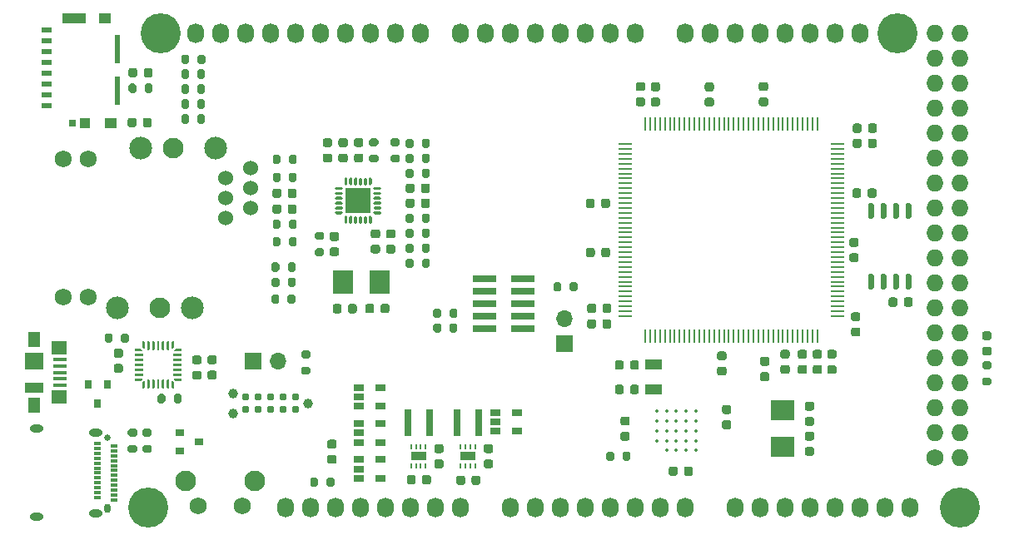
<source format=gbr>
G04 #@! TF.GenerationSoftware,KiCad,Pcbnew,5.1.7-a382d34a8~88~ubuntu20.04.1*
G04 #@! TF.CreationDate,2021-04-18T14:41:34-03:00*
G04 #@! TF.ProjectId,h730duino,68373330-6475-4696-9e6f-2e6b69636164,rev?*
G04 #@! TF.SameCoordinates,Original*
G04 #@! TF.FileFunction,Soldermask,Top*
G04 #@! TF.FilePolarity,Negative*
%FSLAX46Y46*%
G04 Gerber Fmt 4.6, Leading zero omitted, Abs format (unit mm)*
G04 Created by KiCad (PCBNEW 5.1.7-a382d34a8~88~ubuntu20.04.1) date 2021-04-18 14:41:34*
%MOMM*%
%LPD*%
G01*
G04 APERTURE LIST*
%ADD10R,2.600000X2.600000*%
%ADD11R,0.279400X1.358900*%
%ADD12R,1.358900X0.279400*%
%ADD13C,0.355600*%
%ADD14C,0.100000*%
%ADD15R,0.250000X0.500000*%
%ADD16R,1.600000X0.900000*%
%ADD17R,0.800000X2.700000*%
%ADD18R,1.060000X0.650000*%
%ADD19R,2.000000X2.400000*%
%ADD20R,2.400000X2.000000*%
%ADD21C,0.787400*%
%ADD22C,0.990600*%
%ADD23R,2.400000X0.740000*%
%ADD24O,1.700000X1.700000*%
%ADD25R,1.700000X1.700000*%
%ADD26O,1.400000X0.800000*%
%ADD27R,0.700000X0.300000*%
%ADD28O,0.650000X0.950000*%
%ADD29C,0.650000*%
%ADD30R,0.900000X0.800000*%
%ADD31R,0.550000X2.910000*%
%ADD32R,2.390000X1.050000*%
%ADD33R,1.200000X1.050000*%
%ADD34R,1.080000X1.050000*%
%ADD35R,0.780000X0.720000*%
%ADD36R,1.000000X0.500000*%
%ADD37R,1.900000X1.000000*%
%ADD38R,1.900000X1.800000*%
%ADD39R,1.300000X1.650000*%
%ADD40R,1.550000X1.425000*%
%ADD41R,1.380000X0.450000*%
%ADD42R,1.800000X1.000000*%
%ADD43C,2.100000*%
%ADD44C,1.750000*%
%ADD45C,1.530000*%
%ADD46C,1.725000*%
%ADD47C,2.310000*%
%ADD48R,0.800000X0.900000*%
%ADD49O,1.727200X1.727200*%
%ADD50C,1.727200*%
%ADD51O,1.727200X2.032000*%
%ADD52C,4.064000*%
G04 APERTURE END LIST*
G36*
G01*
X158556240Y-96972800D02*
X158556240Y-96422800D01*
G75*
G02*
X158756240Y-96222800I200000J0D01*
G01*
X159156240Y-96222800D01*
G75*
G02*
X159356240Y-96422800I0J-200000D01*
G01*
X159356240Y-96972800D01*
G75*
G02*
X159156240Y-97172800I-200000J0D01*
G01*
X158756240Y-97172800D01*
G75*
G02*
X158556240Y-96972800I0J200000D01*
G01*
G37*
G36*
G01*
X160206240Y-96972800D02*
X160206240Y-96422800D01*
G75*
G02*
X160406240Y-96222800I200000J0D01*
G01*
X160806240Y-96222800D01*
G75*
G02*
X161006240Y-96422800I0J-200000D01*
G01*
X161006240Y-96972800D01*
G75*
G02*
X160806240Y-97172800I-200000J0D01*
G01*
X160406240Y-97172800D01*
G75*
G02*
X160206240Y-96972800I0J200000D01*
G01*
G37*
G36*
G01*
X137439080Y-90309800D02*
X137439080Y-90309800D01*
G75*
G02*
X137289080Y-90159800I0J150000D01*
G01*
X137289080Y-89609800D01*
G75*
G02*
X137439080Y-89459800I150000J0D01*
G01*
X137439080Y-89459800D01*
G75*
G02*
X137589080Y-89609800I0J-150000D01*
G01*
X137589080Y-90159800D01*
G75*
G02*
X137439080Y-90309800I-150000J0D01*
G01*
G37*
G36*
G01*
X137939080Y-90309800D02*
X137939080Y-90309800D01*
G75*
G02*
X137789080Y-90159800I0J150000D01*
G01*
X137789080Y-89609800D01*
G75*
G02*
X137939080Y-89459800I150000J0D01*
G01*
X137939080Y-89459800D01*
G75*
G02*
X138089080Y-89609800I0J-150000D01*
G01*
X138089080Y-90159800D01*
G75*
G02*
X137939080Y-90309800I-150000J0D01*
G01*
G37*
G36*
G01*
X138439080Y-90309800D02*
X138439080Y-90309800D01*
G75*
G02*
X138289080Y-90159800I0J150000D01*
G01*
X138289080Y-89609800D01*
G75*
G02*
X138439080Y-89459800I150000J0D01*
G01*
X138439080Y-89459800D01*
G75*
G02*
X138589080Y-89609800I0J-150000D01*
G01*
X138589080Y-90159800D01*
G75*
G02*
X138439080Y-90309800I-150000J0D01*
G01*
G37*
G36*
G01*
X138939080Y-90309800D02*
X138939080Y-90309800D01*
G75*
G02*
X138789080Y-90159800I0J150000D01*
G01*
X138789080Y-89609800D01*
G75*
G02*
X138939080Y-89459800I150000J0D01*
G01*
X138939080Y-89459800D01*
G75*
G02*
X139089080Y-89609800I0J-150000D01*
G01*
X139089080Y-90159800D01*
G75*
G02*
X138939080Y-90309800I-150000J0D01*
G01*
G37*
G36*
G01*
X139439080Y-90309800D02*
X139439080Y-90309800D01*
G75*
G02*
X139289080Y-90159800I0J150000D01*
G01*
X139289080Y-89609800D01*
G75*
G02*
X139439080Y-89459800I150000J0D01*
G01*
X139439080Y-89459800D01*
G75*
G02*
X139589080Y-89609800I0J-150000D01*
G01*
X139589080Y-90159800D01*
G75*
G02*
X139439080Y-90309800I-150000J0D01*
G01*
G37*
G36*
G01*
X139939080Y-90309800D02*
X139939080Y-90309800D01*
G75*
G02*
X139789080Y-90159800I0J150000D01*
G01*
X139789080Y-89609800D01*
G75*
G02*
X139939080Y-89459800I150000J0D01*
G01*
X139939080Y-89459800D01*
G75*
G02*
X140089080Y-89609800I0J-150000D01*
G01*
X140089080Y-90159800D01*
G75*
G02*
X139939080Y-90309800I-150000J0D01*
G01*
G37*
G36*
G01*
X140914080Y-89334800D02*
X140364080Y-89334800D01*
G75*
G02*
X140214080Y-89184800I0J150000D01*
G01*
X140214080Y-89184800D01*
G75*
G02*
X140364080Y-89034800I150000J0D01*
G01*
X140914080Y-89034800D01*
G75*
G02*
X141064080Y-89184800I0J-150000D01*
G01*
X141064080Y-89184800D01*
G75*
G02*
X140914080Y-89334800I-150000J0D01*
G01*
G37*
G36*
G01*
X140914080Y-88834800D02*
X140364080Y-88834800D01*
G75*
G02*
X140214080Y-88684800I0J150000D01*
G01*
X140214080Y-88684800D01*
G75*
G02*
X140364080Y-88534800I150000J0D01*
G01*
X140914080Y-88534800D01*
G75*
G02*
X141064080Y-88684800I0J-150000D01*
G01*
X141064080Y-88684800D01*
G75*
G02*
X140914080Y-88834800I-150000J0D01*
G01*
G37*
G36*
G01*
X140914080Y-88334800D02*
X140364080Y-88334800D01*
G75*
G02*
X140214080Y-88184800I0J150000D01*
G01*
X140214080Y-88184800D01*
G75*
G02*
X140364080Y-88034800I150000J0D01*
G01*
X140914080Y-88034800D01*
G75*
G02*
X141064080Y-88184800I0J-150000D01*
G01*
X141064080Y-88184800D01*
G75*
G02*
X140914080Y-88334800I-150000J0D01*
G01*
G37*
G36*
G01*
X140914080Y-87834800D02*
X140364080Y-87834800D01*
G75*
G02*
X140214080Y-87684800I0J150000D01*
G01*
X140214080Y-87684800D01*
G75*
G02*
X140364080Y-87534800I150000J0D01*
G01*
X140914080Y-87534800D01*
G75*
G02*
X141064080Y-87684800I0J-150000D01*
G01*
X141064080Y-87684800D01*
G75*
G02*
X140914080Y-87834800I-150000J0D01*
G01*
G37*
G36*
G01*
X140914080Y-87334800D02*
X140364080Y-87334800D01*
G75*
G02*
X140214080Y-87184800I0J150000D01*
G01*
X140214080Y-87184800D01*
G75*
G02*
X140364080Y-87034800I150000J0D01*
G01*
X140914080Y-87034800D01*
G75*
G02*
X141064080Y-87184800I0J-150000D01*
G01*
X141064080Y-87184800D01*
G75*
G02*
X140914080Y-87334800I-150000J0D01*
G01*
G37*
G36*
G01*
X140914080Y-86834800D02*
X140364080Y-86834800D01*
G75*
G02*
X140214080Y-86684800I0J150000D01*
G01*
X140214080Y-86684800D01*
G75*
G02*
X140364080Y-86534800I150000J0D01*
G01*
X140914080Y-86534800D01*
G75*
G02*
X141064080Y-86684800I0J-150000D01*
G01*
X141064080Y-86684800D01*
G75*
G02*
X140914080Y-86834800I-150000J0D01*
G01*
G37*
G36*
G01*
X139939080Y-86409800D02*
X139939080Y-86409800D01*
G75*
G02*
X139789080Y-86259800I0J150000D01*
G01*
X139789080Y-85709800D01*
G75*
G02*
X139939080Y-85559800I150000J0D01*
G01*
X139939080Y-85559800D01*
G75*
G02*
X140089080Y-85709800I0J-150000D01*
G01*
X140089080Y-86259800D01*
G75*
G02*
X139939080Y-86409800I-150000J0D01*
G01*
G37*
G36*
G01*
X139439080Y-86409800D02*
X139439080Y-86409800D01*
G75*
G02*
X139289080Y-86259800I0J150000D01*
G01*
X139289080Y-85709800D01*
G75*
G02*
X139439080Y-85559800I150000J0D01*
G01*
X139439080Y-85559800D01*
G75*
G02*
X139589080Y-85709800I0J-150000D01*
G01*
X139589080Y-86259800D01*
G75*
G02*
X139439080Y-86409800I-150000J0D01*
G01*
G37*
G36*
G01*
X138939080Y-86409800D02*
X138939080Y-86409800D01*
G75*
G02*
X138789080Y-86259800I0J150000D01*
G01*
X138789080Y-85709800D01*
G75*
G02*
X138939080Y-85559800I150000J0D01*
G01*
X138939080Y-85559800D01*
G75*
G02*
X139089080Y-85709800I0J-150000D01*
G01*
X139089080Y-86259800D01*
G75*
G02*
X138939080Y-86409800I-150000J0D01*
G01*
G37*
G36*
G01*
X138439080Y-86409800D02*
X138439080Y-86409800D01*
G75*
G02*
X138289080Y-86259800I0J150000D01*
G01*
X138289080Y-85709800D01*
G75*
G02*
X138439080Y-85559800I150000J0D01*
G01*
X138439080Y-85559800D01*
G75*
G02*
X138589080Y-85709800I0J-150000D01*
G01*
X138589080Y-86259800D01*
G75*
G02*
X138439080Y-86409800I-150000J0D01*
G01*
G37*
G36*
G01*
X137939080Y-86409800D02*
X137939080Y-86409800D01*
G75*
G02*
X137789080Y-86259800I0J150000D01*
G01*
X137789080Y-85709800D01*
G75*
G02*
X137939080Y-85559800I150000J0D01*
G01*
X137939080Y-85559800D01*
G75*
G02*
X138089080Y-85709800I0J-150000D01*
G01*
X138089080Y-86259800D01*
G75*
G02*
X137939080Y-86409800I-150000J0D01*
G01*
G37*
G36*
G01*
X137439080Y-86409800D02*
X137439080Y-86409800D01*
G75*
G02*
X137289080Y-86259800I0J150000D01*
G01*
X137289080Y-85709800D01*
G75*
G02*
X137439080Y-85559800I150000J0D01*
G01*
X137439080Y-85559800D01*
G75*
G02*
X137589080Y-85709800I0J-150000D01*
G01*
X137589080Y-86259800D01*
G75*
G02*
X137439080Y-86409800I-150000J0D01*
G01*
G37*
G36*
G01*
X137014080Y-86834800D02*
X136464080Y-86834800D01*
G75*
G02*
X136314080Y-86684800I0J150000D01*
G01*
X136314080Y-86684800D01*
G75*
G02*
X136464080Y-86534800I150000J0D01*
G01*
X137014080Y-86534800D01*
G75*
G02*
X137164080Y-86684800I0J-150000D01*
G01*
X137164080Y-86684800D01*
G75*
G02*
X137014080Y-86834800I-150000J0D01*
G01*
G37*
G36*
G01*
X137014080Y-87334800D02*
X136464080Y-87334800D01*
G75*
G02*
X136314080Y-87184800I0J150000D01*
G01*
X136314080Y-87184800D01*
G75*
G02*
X136464080Y-87034800I150000J0D01*
G01*
X137014080Y-87034800D01*
G75*
G02*
X137164080Y-87184800I0J-150000D01*
G01*
X137164080Y-87184800D01*
G75*
G02*
X137014080Y-87334800I-150000J0D01*
G01*
G37*
G36*
G01*
X137014080Y-87834800D02*
X136464080Y-87834800D01*
G75*
G02*
X136314080Y-87684800I0J150000D01*
G01*
X136314080Y-87684800D01*
G75*
G02*
X136464080Y-87534800I150000J0D01*
G01*
X137014080Y-87534800D01*
G75*
G02*
X137164080Y-87684800I0J-150000D01*
G01*
X137164080Y-87684800D01*
G75*
G02*
X137014080Y-87834800I-150000J0D01*
G01*
G37*
G36*
G01*
X137014080Y-88334800D02*
X136464080Y-88334800D01*
G75*
G02*
X136314080Y-88184800I0J150000D01*
G01*
X136314080Y-88184800D01*
G75*
G02*
X136464080Y-88034800I150000J0D01*
G01*
X137014080Y-88034800D01*
G75*
G02*
X137164080Y-88184800I0J-150000D01*
G01*
X137164080Y-88184800D01*
G75*
G02*
X137014080Y-88334800I-150000J0D01*
G01*
G37*
G36*
G01*
X137014080Y-88834800D02*
X136464080Y-88834800D01*
G75*
G02*
X136314080Y-88684800I0J150000D01*
G01*
X136314080Y-88684800D01*
G75*
G02*
X136464080Y-88534800I150000J0D01*
G01*
X137014080Y-88534800D01*
G75*
G02*
X137164080Y-88684800I0J-150000D01*
G01*
X137164080Y-88684800D01*
G75*
G02*
X137014080Y-88834800I-150000J0D01*
G01*
G37*
G36*
G01*
X137014080Y-89334800D02*
X136464080Y-89334800D01*
G75*
G02*
X136314080Y-89184800I0J150000D01*
G01*
X136314080Y-89184800D01*
G75*
G02*
X136464080Y-89034800I150000J0D01*
G01*
X137014080Y-89034800D01*
G75*
G02*
X137164080Y-89184800I0J-150000D01*
G01*
X137164080Y-89184800D01*
G75*
G02*
X137014080Y-89334800I-150000J0D01*
G01*
G37*
D10*
X138689080Y-87934800D03*
G36*
G01*
X131656640Y-92395720D02*
X131656640Y-91845720D01*
G75*
G02*
X131856640Y-91645720I200000J0D01*
G01*
X132256640Y-91645720D01*
G75*
G02*
X132456640Y-91845720I0J-200000D01*
G01*
X132456640Y-92395720D01*
G75*
G02*
X132256640Y-92595720I-200000J0D01*
G01*
X131856640Y-92595720D01*
G75*
G02*
X131656640Y-92395720I0J200000D01*
G01*
G37*
G36*
G01*
X130006640Y-92395720D02*
X130006640Y-91845720D01*
G75*
G02*
X130206640Y-91645720I200000J0D01*
G01*
X130606640Y-91645720D01*
G75*
G02*
X130806640Y-91845720I0J-200000D01*
G01*
X130806640Y-92395720D01*
G75*
G02*
X130606640Y-92595720I-200000J0D01*
G01*
X130206640Y-92595720D01*
G75*
G02*
X130006640Y-92395720I0J200000D01*
G01*
G37*
G36*
G01*
X131656640Y-83993400D02*
X131656640Y-83443400D01*
G75*
G02*
X131856640Y-83243400I200000J0D01*
G01*
X132256640Y-83243400D01*
G75*
G02*
X132456640Y-83443400I0J-200000D01*
G01*
X132456640Y-83993400D01*
G75*
G02*
X132256640Y-84193400I-200000J0D01*
G01*
X131856640Y-84193400D01*
G75*
G02*
X131656640Y-83993400I0J200000D01*
G01*
G37*
G36*
G01*
X130006640Y-83993400D02*
X130006640Y-83443400D01*
G75*
G02*
X130206640Y-83243400I200000J0D01*
G01*
X130606640Y-83243400D01*
G75*
G02*
X130806640Y-83443400I0J-200000D01*
G01*
X130806640Y-83993400D01*
G75*
G02*
X130606640Y-84193400I-200000J0D01*
G01*
X130206640Y-84193400D01*
G75*
G02*
X130006640Y-83993400I0J200000D01*
G01*
G37*
G36*
G01*
X131656640Y-85842520D02*
X131656640Y-85292520D01*
G75*
G02*
X131856640Y-85092520I200000J0D01*
G01*
X132256640Y-85092520D01*
G75*
G02*
X132456640Y-85292520I0J-200000D01*
G01*
X132456640Y-85842520D01*
G75*
G02*
X132256640Y-86042520I-200000J0D01*
G01*
X131856640Y-86042520D01*
G75*
G02*
X131656640Y-85842520I0J200000D01*
G01*
G37*
G36*
G01*
X130006640Y-85842520D02*
X130006640Y-85292520D01*
G75*
G02*
X130206640Y-85092520I200000J0D01*
G01*
X130606640Y-85092520D01*
G75*
G02*
X130806640Y-85292520I0J-200000D01*
G01*
X130806640Y-85842520D01*
G75*
G02*
X130606640Y-86042520I-200000J0D01*
G01*
X130206640Y-86042520D01*
G75*
G02*
X130006640Y-85842520I0J200000D01*
G01*
G37*
G36*
G01*
X130694880Y-95960520D02*
X130694880Y-96510520D01*
G75*
G02*
X130494880Y-96710520I-200000J0D01*
G01*
X130094880Y-96710520D01*
G75*
G02*
X129894880Y-96510520I0J200000D01*
G01*
X129894880Y-95960520D01*
G75*
G02*
X130094880Y-95760520I200000J0D01*
G01*
X130494880Y-95760520D01*
G75*
G02*
X130694880Y-95960520I0J-200000D01*
G01*
G37*
G36*
G01*
X132344880Y-95960520D02*
X132344880Y-96510520D01*
G75*
G02*
X132144880Y-96710520I-200000J0D01*
G01*
X131744880Y-96710520D01*
G75*
G02*
X131544880Y-96510520I0J200000D01*
G01*
X131544880Y-95960520D01*
G75*
G02*
X131744880Y-95760520I200000J0D01*
G01*
X132144880Y-95760520D01*
G75*
G02*
X132344880Y-95960520I0J-200000D01*
G01*
G37*
G36*
G01*
X144339760Y-94035200D02*
X144339760Y-94585200D01*
G75*
G02*
X144139760Y-94785200I-200000J0D01*
G01*
X143739760Y-94785200D01*
G75*
G02*
X143539760Y-94585200I0J200000D01*
G01*
X143539760Y-94035200D01*
G75*
G02*
X143739760Y-93835200I200000J0D01*
G01*
X144139760Y-93835200D01*
G75*
G02*
X144339760Y-94035200I0J-200000D01*
G01*
G37*
G36*
G01*
X145989760Y-94035200D02*
X145989760Y-94585200D01*
G75*
G02*
X145789760Y-94785200I-200000J0D01*
G01*
X145389760Y-94785200D01*
G75*
G02*
X145189760Y-94585200I0J200000D01*
G01*
X145189760Y-94035200D01*
G75*
G02*
X145389760Y-93835200I200000J0D01*
G01*
X145789760Y-93835200D01*
G75*
G02*
X145989760Y-94035200I0J-200000D01*
G01*
G37*
G36*
G01*
X144339760Y-90982120D02*
X144339760Y-91532120D01*
G75*
G02*
X144139760Y-91732120I-200000J0D01*
G01*
X143739760Y-91732120D01*
G75*
G02*
X143539760Y-91532120I0J200000D01*
G01*
X143539760Y-90982120D01*
G75*
G02*
X143739760Y-90782120I200000J0D01*
G01*
X144139760Y-90782120D01*
G75*
G02*
X144339760Y-90982120I0J-200000D01*
G01*
G37*
G36*
G01*
X145989760Y-90982120D02*
X145989760Y-91532120D01*
G75*
G02*
X145789760Y-91732120I-200000J0D01*
G01*
X145389760Y-91732120D01*
G75*
G02*
X145189760Y-91532120I0J200000D01*
G01*
X145189760Y-90982120D01*
G75*
G02*
X145389760Y-90782120I200000J0D01*
G01*
X145789760Y-90782120D01*
G75*
G02*
X145989760Y-90982120I0J-200000D01*
G01*
G37*
G36*
G01*
X131656640Y-90602480D02*
X131656640Y-90052480D01*
G75*
G02*
X131856640Y-89852480I200000J0D01*
G01*
X132256640Y-89852480D01*
G75*
G02*
X132456640Y-90052480I0J-200000D01*
G01*
X132456640Y-90602480D01*
G75*
G02*
X132256640Y-90802480I-200000J0D01*
G01*
X131856640Y-90802480D01*
G75*
G02*
X131656640Y-90602480I0J200000D01*
G01*
G37*
G36*
G01*
X130006640Y-90602480D02*
X130006640Y-90052480D01*
G75*
G02*
X130206640Y-89852480I200000J0D01*
G01*
X130606640Y-89852480D01*
G75*
G02*
X130806640Y-90052480I0J-200000D01*
G01*
X130806640Y-90602480D01*
G75*
G02*
X130606640Y-90802480I-200000J0D01*
G01*
X130206640Y-90802480D01*
G75*
G02*
X130006640Y-90602480I0J200000D01*
G01*
G37*
G36*
G01*
X137416350Y-82489160D02*
X136916350Y-82489160D01*
G75*
G02*
X136691350Y-82264160I0J225000D01*
G01*
X136691350Y-81814160D01*
G75*
G02*
X136916350Y-81589160I225000J0D01*
G01*
X137416350Y-81589160D01*
G75*
G02*
X137641350Y-81814160I0J-225000D01*
G01*
X137641350Y-82264160D01*
G75*
G02*
X137416350Y-82489160I-225000J0D01*
G01*
G37*
G36*
G01*
X137416350Y-84039160D02*
X136916350Y-84039160D01*
G75*
G02*
X136691350Y-83814160I0J225000D01*
G01*
X136691350Y-83364160D01*
G75*
G02*
X136916350Y-83139160I225000J0D01*
G01*
X137416350Y-83139160D01*
G75*
G02*
X137641350Y-83364160I0J-225000D01*
G01*
X137641350Y-83814160D01*
G75*
G02*
X137416350Y-84039160I-225000J0D01*
G01*
G37*
G36*
G01*
X179795360Y-105394640D02*
X180295360Y-105394640D01*
G75*
G02*
X180520360Y-105619640I0J-225000D01*
G01*
X180520360Y-106069640D01*
G75*
G02*
X180295360Y-106294640I-225000J0D01*
G01*
X179795360Y-106294640D01*
G75*
G02*
X179570360Y-106069640I0J225000D01*
G01*
X179570360Y-105619640D01*
G75*
G02*
X179795360Y-105394640I225000J0D01*
G01*
G37*
G36*
G01*
X179795360Y-103844640D02*
X180295360Y-103844640D01*
G75*
G02*
X180520360Y-104069640I0J-225000D01*
G01*
X180520360Y-104519640D01*
G75*
G02*
X180295360Y-104744640I-225000J0D01*
G01*
X179795360Y-104744640D01*
G75*
G02*
X179570360Y-104519640I0J225000D01*
G01*
X179570360Y-104069640D01*
G75*
G02*
X179795360Y-103844640I225000J0D01*
G01*
G37*
G36*
G01*
X165596120Y-114214320D02*
X165596120Y-113664320D01*
G75*
G02*
X165796120Y-113464320I200000J0D01*
G01*
X166196120Y-113464320D01*
G75*
G02*
X166396120Y-113664320I0J-200000D01*
G01*
X166396120Y-114214320D01*
G75*
G02*
X166196120Y-114414320I-200000J0D01*
G01*
X165796120Y-114414320D01*
G75*
G02*
X165596120Y-114214320I0J200000D01*
G01*
G37*
G36*
G01*
X163946120Y-114214320D02*
X163946120Y-113664320D01*
G75*
G02*
X164146120Y-113464320I200000J0D01*
G01*
X164546120Y-113464320D01*
G75*
G02*
X164746120Y-113664320I0J-200000D01*
G01*
X164746120Y-114214320D01*
G75*
G02*
X164546120Y-114414320I-200000J0D01*
G01*
X164146120Y-114414320D01*
G75*
G02*
X163946120Y-114214320I0J200000D01*
G01*
G37*
D11*
X167897175Y-101702870D03*
X168397301Y-101702870D03*
X168897427Y-101702870D03*
X169397553Y-101702870D03*
X169897679Y-101702870D03*
X170397805Y-101702870D03*
X170897931Y-101702870D03*
X171398057Y-101702870D03*
X171898183Y-101702870D03*
X172398309Y-101702870D03*
X172898435Y-101702870D03*
X173398561Y-101702870D03*
X173898687Y-101702870D03*
X174398813Y-101702870D03*
X174898939Y-101702870D03*
X175399065Y-101702870D03*
X175899191Y-101702870D03*
X176399317Y-101702870D03*
X176899443Y-101702870D03*
X177399569Y-101702870D03*
X177899695Y-101702870D03*
X178399821Y-101702870D03*
X178899947Y-101702870D03*
X179400073Y-101702870D03*
X179900199Y-101702870D03*
X180400325Y-101702870D03*
X180900451Y-101702870D03*
X181400577Y-101702870D03*
X181900703Y-101702870D03*
X182400829Y-101702870D03*
X182900955Y-101702870D03*
X183401081Y-101702870D03*
X183901207Y-101702870D03*
X184401333Y-101702870D03*
X184901459Y-101702870D03*
X185401585Y-101702870D03*
D12*
X187425330Y-99679125D03*
X187425330Y-99178999D03*
X187425330Y-98678873D03*
X187425330Y-98178747D03*
X187425330Y-97678621D03*
X187425330Y-97178495D03*
X187425330Y-96678369D03*
X187425330Y-96178243D03*
X187425330Y-95678117D03*
X187425330Y-95177991D03*
X187425330Y-94677865D03*
X187425330Y-94177739D03*
X187425330Y-93677613D03*
X187425330Y-93177487D03*
X187425330Y-92677361D03*
X187425330Y-92177235D03*
X187425330Y-91677109D03*
X187425330Y-91176983D03*
X187425330Y-90676857D03*
X187425330Y-90176731D03*
X187425330Y-89676605D03*
X187425330Y-89176479D03*
X187425330Y-88676353D03*
X187425330Y-88176227D03*
X187425330Y-87676101D03*
X187425330Y-87175975D03*
X187425330Y-86675849D03*
X187425330Y-86175723D03*
X187425330Y-85675597D03*
X187425330Y-85175471D03*
X187425330Y-84675345D03*
X187425330Y-84175219D03*
X187425330Y-83675093D03*
X187425330Y-83174967D03*
X187425330Y-82674841D03*
X187425330Y-82174715D03*
D11*
X185401585Y-80150970D03*
X184901459Y-80150970D03*
X184401333Y-80150970D03*
X183901207Y-80150970D03*
X183401081Y-80150970D03*
X182900955Y-80150970D03*
X182400829Y-80150970D03*
X181900703Y-80150970D03*
X181400577Y-80150970D03*
X180900451Y-80150970D03*
X180400325Y-80150970D03*
X179900199Y-80150970D03*
X179400073Y-80150970D03*
X178899947Y-80150970D03*
X178399821Y-80150970D03*
X177899695Y-80150970D03*
X177399569Y-80150970D03*
X176899443Y-80150970D03*
X176399317Y-80150970D03*
X175899191Y-80150970D03*
X175399065Y-80150970D03*
X174898939Y-80150970D03*
X174398813Y-80150970D03*
X173898687Y-80150970D03*
X173398561Y-80150970D03*
X172898435Y-80150970D03*
X172398309Y-80150970D03*
X171898183Y-80150970D03*
X171398057Y-80150970D03*
X170897931Y-80150970D03*
X170397805Y-80150970D03*
X169897679Y-80150970D03*
X169397553Y-80150970D03*
X168897427Y-80150970D03*
X168397301Y-80150970D03*
X167897175Y-80150970D03*
D12*
X165873430Y-82174715D03*
X165873430Y-82674841D03*
X165873430Y-83174967D03*
X165873430Y-83675093D03*
X165873430Y-84175219D03*
X165873430Y-84675345D03*
X165873430Y-85175471D03*
X165873430Y-85675597D03*
X165873430Y-86175723D03*
X165873430Y-86675849D03*
X165873430Y-87175975D03*
X165873430Y-87676101D03*
X165873430Y-88176227D03*
X165873430Y-88676353D03*
X165873430Y-89176479D03*
X165873430Y-89676605D03*
X165873430Y-90176731D03*
X165873430Y-90676857D03*
X165873430Y-91176983D03*
X165873430Y-91677109D03*
X165873430Y-92177235D03*
X165873430Y-92677361D03*
X165873430Y-93177487D03*
X165873430Y-93677613D03*
X165873430Y-94177739D03*
X165873430Y-94677865D03*
X165873430Y-95177991D03*
X165873430Y-95678117D03*
X165873430Y-96178243D03*
X165873430Y-96678369D03*
X165873430Y-97178495D03*
X165873430Y-97678621D03*
X165873430Y-98178747D03*
X165873430Y-98678873D03*
X165873430Y-99178999D03*
X165873430Y-99679125D03*
D13*
X173042580Y-109382560D03*
X173042580Y-110373160D03*
X173042580Y-111363760D03*
X173042580Y-112354360D03*
X173042580Y-113344960D03*
X172051980Y-109382560D03*
X172051980Y-110373160D03*
X172051980Y-111363760D03*
X172051980Y-112354360D03*
X172051980Y-113344960D03*
X171061380Y-109382560D03*
X171061380Y-110373160D03*
X171061380Y-111363760D03*
X171061380Y-112354360D03*
X171061380Y-113344960D03*
X170070780Y-109382560D03*
X170070780Y-110373160D03*
X170070780Y-111363760D03*
X170070780Y-112354360D03*
X170070780Y-113344960D03*
X169080180Y-109382560D03*
X169080180Y-110373160D03*
X169080180Y-111363760D03*
X169080180Y-112354360D03*
G36*
G01*
X193540500Y-98009900D02*
X193540500Y-98509900D01*
G75*
G02*
X193315500Y-98734900I-225000J0D01*
G01*
X192865500Y-98734900D01*
G75*
G02*
X192640500Y-98509900I0J225000D01*
G01*
X192640500Y-98009900D01*
G75*
G02*
X192865500Y-97784900I225000J0D01*
G01*
X193315500Y-97784900D01*
G75*
G02*
X193540500Y-98009900I0J-225000D01*
G01*
G37*
G36*
G01*
X195090500Y-98009900D02*
X195090500Y-98509900D01*
G75*
G02*
X194865500Y-98734900I-225000J0D01*
G01*
X194415500Y-98734900D01*
G75*
G02*
X194190500Y-98509900I0J225000D01*
G01*
X194190500Y-98009900D01*
G75*
G02*
X194415500Y-97784900I225000J0D01*
G01*
X194865500Y-97784900D01*
G75*
G02*
X195090500Y-98009900I0J-225000D01*
G01*
G37*
G36*
G01*
X171193580Y-115215860D02*
X171193580Y-115715860D01*
G75*
G02*
X170968580Y-115940860I-225000J0D01*
G01*
X170518580Y-115940860D01*
G75*
G02*
X170293580Y-115715860I0J225000D01*
G01*
X170293580Y-115215860D01*
G75*
G02*
X170518580Y-114990860I225000J0D01*
G01*
X170968580Y-114990860D01*
G75*
G02*
X171193580Y-115215860I0J-225000D01*
G01*
G37*
G36*
G01*
X172743580Y-115215860D02*
X172743580Y-115715860D01*
G75*
G02*
X172518580Y-115940860I-225000J0D01*
G01*
X172068580Y-115940860D01*
G75*
G02*
X171843580Y-115715860I0J225000D01*
G01*
X171843580Y-115215860D01*
G75*
G02*
X172068580Y-114990860I225000J0D01*
G01*
X172518580Y-114990860D01*
G75*
G02*
X172743580Y-115215860I0J-225000D01*
G01*
G37*
G36*
G01*
X176429480Y-109641760D02*
X175929480Y-109641760D01*
G75*
G02*
X175704480Y-109416760I0J225000D01*
G01*
X175704480Y-108966760D01*
G75*
G02*
X175929480Y-108741760I225000J0D01*
G01*
X176429480Y-108741760D01*
G75*
G02*
X176654480Y-108966760I0J-225000D01*
G01*
X176654480Y-109416760D01*
G75*
G02*
X176429480Y-109641760I-225000J0D01*
G01*
G37*
G36*
G01*
X176429480Y-111191760D02*
X175929480Y-111191760D01*
G75*
G02*
X175704480Y-110966760I0J225000D01*
G01*
X175704480Y-110516760D01*
G75*
G02*
X175929480Y-110291760I225000J0D01*
G01*
X176429480Y-110291760D01*
G75*
G02*
X176654480Y-110516760I0J-225000D01*
G01*
X176654480Y-110966760D01*
G75*
G02*
X176429480Y-111191760I-225000J0D01*
G01*
G37*
G36*
G01*
X133100400Y-104831700D02*
X133650400Y-104831700D01*
G75*
G02*
X133850400Y-105031700I0J-200000D01*
G01*
X133850400Y-105431700D01*
G75*
G02*
X133650400Y-105631700I-200000J0D01*
G01*
X133100400Y-105631700D01*
G75*
G02*
X132900400Y-105431700I0J200000D01*
G01*
X132900400Y-105031700D01*
G75*
G02*
X133100400Y-104831700I200000J0D01*
G01*
G37*
G36*
G01*
X133100400Y-103181700D02*
X133650400Y-103181700D01*
G75*
G02*
X133850400Y-103381700I0J-200000D01*
G01*
X133850400Y-103781700D01*
G75*
G02*
X133650400Y-103981700I-200000J0D01*
G01*
X133100400Y-103981700D01*
G75*
G02*
X132900400Y-103781700I0J200000D01*
G01*
X132900400Y-103381700D01*
G75*
G02*
X133100400Y-103181700I200000J0D01*
G01*
G37*
G36*
G01*
X114575140Y-102197580D02*
X114575140Y-101647580D01*
G75*
G02*
X114775140Y-101447580I200000J0D01*
G01*
X115175140Y-101447580D01*
G75*
G02*
X115375140Y-101647580I0J-200000D01*
G01*
X115375140Y-102197580D01*
G75*
G02*
X115175140Y-102397580I-200000J0D01*
G01*
X114775140Y-102397580D01*
G75*
G02*
X114575140Y-102197580I0J200000D01*
G01*
G37*
G36*
G01*
X112925140Y-102197580D02*
X112925140Y-101647580D01*
G75*
G02*
X113125140Y-101447580I200000J0D01*
G01*
X113525140Y-101447580D01*
G75*
G02*
X113725140Y-101647580I0J-200000D01*
G01*
X113725140Y-102197580D01*
G75*
G02*
X113525140Y-102397580I-200000J0D01*
G01*
X113125140Y-102397580D01*
G75*
G02*
X112925140Y-102197580I0J200000D01*
G01*
G37*
D14*
G36*
X119775221Y-107017055D02*
G01*
X119766779Y-107014495D01*
X119758999Y-107010336D01*
X119752180Y-107004740D01*
X119746584Y-106997921D01*
X119742425Y-106990141D01*
X119739865Y-106981699D01*
X119739000Y-106972920D01*
X119739000Y-106307920D01*
X119739865Y-106299141D01*
X119742425Y-106290699D01*
X119746584Y-106282919D01*
X119752180Y-106276100D01*
X119758999Y-106270504D01*
X119766779Y-106266345D01*
X119775221Y-106263785D01*
X119784000Y-106262920D01*
X119810360Y-106262920D01*
X119819139Y-106263785D01*
X119827581Y-106266345D01*
X119835361Y-106270504D01*
X119842180Y-106276100D01*
X119975820Y-106409740D01*
X119981416Y-106416559D01*
X119985575Y-106424339D01*
X119988135Y-106432781D01*
X119989000Y-106441560D01*
X119989000Y-106972920D01*
X119988135Y-106981699D01*
X119985575Y-106990141D01*
X119981416Y-106997921D01*
X119975820Y-107004740D01*
X119969001Y-107010336D01*
X119961221Y-107014495D01*
X119952779Y-107017055D01*
X119944000Y-107017920D01*
X119784000Y-107017920D01*
X119775221Y-107017055D01*
G37*
G36*
G01*
X119489000Y-106205420D02*
X119489000Y-106955420D01*
G75*
G02*
X119426500Y-107017920I-62500J0D01*
G01*
X119301500Y-107017920D01*
G75*
G02*
X119239000Y-106955420I0J62500D01*
G01*
X119239000Y-106205420D01*
G75*
G02*
X119301500Y-106142920I62500J0D01*
G01*
X119426500Y-106142920D01*
G75*
G02*
X119489000Y-106205420I0J-62500D01*
G01*
G37*
G36*
G01*
X118989000Y-106205420D02*
X118989000Y-106955420D01*
G75*
G02*
X118926500Y-107017920I-62500J0D01*
G01*
X118801500Y-107017920D01*
G75*
G02*
X118739000Y-106955420I0J62500D01*
G01*
X118739000Y-106205420D01*
G75*
G02*
X118801500Y-106142920I62500J0D01*
G01*
X118926500Y-106142920D01*
G75*
G02*
X118989000Y-106205420I0J-62500D01*
G01*
G37*
G36*
G01*
X118489000Y-106205420D02*
X118489000Y-106955420D01*
G75*
G02*
X118426500Y-107017920I-62500J0D01*
G01*
X118301500Y-107017920D01*
G75*
G02*
X118239000Y-106955420I0J62500D01*
G01*
X118239000Y-106205420D01*
G75*
G02*
X118301500Y-106142920I62500J0D01*
G01*
X118426500Y-106142920D01*
G75*
G02*
X118489000Y-106205420I0J-62500D01*
G01*
G37*
G36*
G01*
X117989000Y-106205420D02*
X117989000Y-106955420D01*
G75*
G02*
X117926500Y-107017920I-62500J0D01*
G01*
X117801500Y-107017920D01*
G75*
G02*
X117739000Y-106955420I0J62500D01*
G01*
X117739000Y-106205420D01*
G75*
G02*
X117801500Y-106142920I62500J0D01*
G01*
X117926500Y-106142920D01*
G75*
G02*
X117989000Y-106205420I0J-62500D01*
G01*
G37*
G36*
G01*
X117489000Y-106205420D02*
X117489000Y-106955420D01*
G75*
G02*
X117426500Y-107017920I-62500J0D01*
G01*
X117301500Y-107017920D01*
G75*
G02*
X117239000Y-106955420I0J62500D01*
G01*
X117239000Y-106205420D01*
G75*
G02*
X117301500Y-106142920I62500J0D01*
G01*
X117426500Y-106142920D01*
G75*
G02*
X117489000Y-106205420I0J-62500D01*
G01*
G37*
G36*
X116775221Y-107017055D02*
G01*
X116766779Y-107014495D01*
X116758999Y-107010336D01*
X116752180Y-107004740D01*
X116746584Y-106997921D01*
X116742425Y-106990141D01*
X116739865Y-106981699D01*
X116739000Y-106972920D01*
X116739000Y-106441560D01*
X116739865Y-106432781D01*
X116742425Y-106424339D01*
X116746584Y-106416559D01*
X116752180Y-106409740D01*
X116885820Y-106276100D01*
X116892639Y-106270504D01*
X116900419Y-106266345D01*
X116908861Y-106263785D01*
X116917640Y-106262920D01*
X116944000Y-106262920D01*
X116952779Y-106263785D01*
X116961221Y-106266345D01*
X116969001Y-106270504D01*
X116975820Y-106276100D01*
X116981416Y-106282919D01*
X116985575Y-106290699D01*
X116988135Y-106299141D01*
X116989000Y-106307920D01*
X116989000Y-106972920D01*
X116988135Y-106981699D01*
X116985575Y-106990141D01*
X116981416Y-106997921D01*
X116975820Y-107004740D01*
X116969001Y-107010336D01*
X116961221Y-107014495D01*
X116952779Y-107017055D01*
X116944000Y-107017920D01*
X116784000Y-107017920D01*
X116775221Y-107017055D01*
G37*
G36*
X116025221Y-106267055D02*
G01*
X116016779Y-106264495D01*
X116008999Y-106260336D01*
X116002180Y-106254740D01*
X115996584Y-106247921D01*
X115992425Y-106240141D01*
X115989865Y-106231699D01*
X115989000Y-106222920D01*
X115989000Y-106062920D01*
X115989865Y-106054141D01*
X115992425Y-106045699D01*
X115996584Y-106037919D01*
X116002180Y-106031100D01*
X116008999Y-106025504D01*
X116016779Y-106021345D01*
X116025221Y-106018785D01*
X116034000Y-106017920D01*
X116699000Y-106017920D01*
X116707779Y-106018785D01*
X116716221Y-106021345D01*
X116724001Y-106025504D01*
X116730820Y-106031100D01*
X116736416Y-106037919D01*
X116740575Y-106045699D01*
X116743135Y-106054141D01*
X116744000Y-106062920D01*
X116744000Y-106089280D01*
X116743135Y-106098059D01*
X116740575Y-106106501D01*
X116736416Y-106114281D01*
X116730820Y-106121100D01*
X116597180Y-106254740D01*
X116590361Y-106260336D01*
X116582581Y-106264495D01*
X116574139Y-106267055D01*
X116565360Y-106267920D01*
X116034000Y-106267920D01*
X116025221Y-106267055D01*
G37*
G36*
G01*
X116864000Y-105580420D02*
X116864000Y-105705420D01*
G75*
G02*
X116801500Y-105767920I-62500J0D01*
G01*
X116051500Y-105767920D01*
G75*
G02*
X115989000Y-105705420I0J62500D01*
G01*
X115989000Y-105580420D01*
G75*
G02*
X116051500Y-105517920I62500J0D01*
G01*
X116801500Y-105517920D01*
G75*
G02*
X116864000Y-105580420I0J-62500D01*
G01*
G37*
G36*
G01*
X116864000Y-105080420D02*
X116864000Y-105205420D01*
G75*
G02*
X116801500Y-105267920I-62500J0D01*
G01*
X116051500Y-105267920D01*
G75*
G02*
X115989000Y-105205420I0J62500D01*
G01*
X115989000Y-105080420D01*
G75*
G02*
X116051500Y-105017920I62500J0D01*
G01*
X116801500Y-105017920D01*
G75*
G02*
X116864000Y-105080420I0J-62500D01*
G01*
G37*
G36*
G01*
X116864000Y-104580420D02*
X116864000Y-104705420D01*
G75*
G02*
X116801500Y-104767920I-62500J0D01*
G01*
X116051500Y-104767920D01*
G75*
G02*
X115989000Y-104705420I0J62500D01*
G01*
X115989000Y-104580420D01*
G75*
G02*
X116051500Y-104517920I62500J0D01*
G01*
X116801500Y-104517920D01*
G75*
G02*
X116864000Y-104580420I0J-62500D01*
G01*
G37*
G36*
G01*
X116864000Y-104080420D02*
X116864000Y-104205420D01*
G75*
G02*
X116801500Y-104267920I-62500J0D01*
G01*
X116051500Y-104267920D01*
G75*
G02*
X115989000Y-104205420I0J62500D01*
G01*
X115989000Y-104080420D01*
G75*
G02*
X116051500Y-104017920I62500J0D01*
G01*
X116801500Y-104017920D01*
G75*
G02*
X116864000Y-104080420I0J-62500D01*
G01*
G37*
G36*
G01*
X116864000Y-103580420D02*
X116864000Y-103705420D01*
G75*
G02*
X116801500Y-103767920I-62500J0D01*
G01*
X116051500Y-103767920D01*
G75*
G02*
X115989000Y-103705420I0J62500D01*
G01*
X115989000Y-103580420D01*
G75*
G02*
X116051500Y-103517920I62500J0D01*
G01*
X116801500Y-103517920D01*
G75*
G02*
X116864000Y-103580420I0J-62500D01*
G01*
G37*
G36*
X116025221Y-103267055D02*
G01*
X116016779Y-103264495D01*
X116008999Y-103260336D01*
X116002180Y-103254740D01*
X115996584Y-103247921D01*
X115992425Y-103240141D01*
X115989865Y-103231699D01*
X115989000Y-103222920D01*
X115989000Y-103062920D01*
X115989865Y-103054141D01*
X115992425Y-103045699D01*
X115996584Y-103037919D01*
X116002180Y-103031100D01*
X116008999Y-103025504D01*
X116016779Y-103021345D01*
X116025221Y-103018785D01*
X116034000Y-103017920D01*
X116565360Y-103017920D01*
X116574139Y-103018785D01*
X116582581Y-103021345D01*
X116590361Y-103025504D01*
X116597180Y-103031100D01*
X116730820Y-103164740D01*
X116736416Y-103171559D01*
X116740575Y-103179339D01*
X116743135Y-103187781D01*
X116744000Y-103196560D01*
X116744000Y-103222920D01*
X116743135Y-103231699D01*
X116740575Y-103240141D01*
X116736416Y-103247921D01*
X116730820Y-103254740D01*
X116724001Y-103260336D01*
X116716221Y-103264495D01*
X116707779Y-103267055D01*
X116699000Y-103267920D01*
X116034000Y-103267920D01*
X116025221Y-103267055D01*
G37*
G36*
X116908861Y-103022055D02*
G01*
X116900419Y-103019495D01*
X116892639Y-103015336D01*
X116885820Y-103009740D01*
X116752180Y-102876100D01*
X116746584Y-102869281D01*
X116742425Y-102861501D01*
X116739865Y-102853059D01*
X116739000Y-102844280D01*
X116739000Y-102312920D01*
X116739865Y-102304141D01*
X116742425Y-102295699D01*
X116746584Y-102287919D01*
X116752180Y-102281100D01*
X116758999Y-102275504D01*
X116766779Y-102271345D01*
X116775221Y-102268785D01*
X116784000Y-102267920D01*
X116944000Y-102267920D01*
X116952779Y-102268785D01*
X116961221Y-102271345D01*
X116969001Y-102275504D01*
X116975820Y-102281100D01*
X116981416Y-102287919D01*
X116985575Y-102295699D01*
X116988135Y-102304141D01*
X116989000Y-102312920D01*
X116989000Y-102977920D01*
X116988135Y-102986699D01*
X116985575Y-102995141D01*
X116981416Y-103002921D01*
X116975820Y-103009740D01*
X116969001Y-103015336D01*
X116961221Y-103019495D01*
X116952779Y-103022055D01*
X116944000Y-103022920D01*
X116917640Y-103022920D01*
X116908861Y-103022055D01*
G37*
G36*
G01*
X117489000Y-102330420D02*
X117489000Y-103080420D01*
G75*
G02*
X117426500Y-103142920I-62500J0D01*
G01*
X117301500Y-103142920D01*
G75*
G02*
X117239000Y-103080420I0J62500D01*
G01*
X117239000Y-102330420D01*
G75*
G02*
X117301500Y-102267920I62500J0D01*
G01*
X117426500Y-102267920D01*
G75*
G02*
X117489000Y-102330420I0J-62500D01*
G01*
G37*
G36*
G01*
X117989000Y-102330420D02*
X117989000Y-103080420D01*
G75*
G02*
X117926500Y-103142920I-62500J0D01*
G01*
X117801500Y-103142920D01*
G75*
G02*
X117739000Y-103080420I0J62500D01*
G01*
X117739000Y-102330420D01*
G75*
G02*
X117801500Y-102267920I62500J0D01*
G01*
X117926500Y-102267920D01*
G75*
G02*
X117989000Y-102330420I0J-62500D01*
G01*
G37*
G36*
G01*
X118489000Y-102330420D02*
X118489000Y-103080420D01*
G75*
G02*
X118426500Y-103142920I-62500J0D01*
G01*
X118301500Y-103142920D01*
G75*
G02*
X118239000Y-103080420I0J62500D01*
G01*
X118239000Y-102330420D01*
G75*
G02*
X118301500Y-102267920I62500J0D01*
G01*
X118426500Y-102267920D01*
G75*
G02*
X118489000Y-102330420I0J-62500D01*
G01*
G37*
G36*
G01*
X118989000Y-102330420D02*
X118989000Y-103080420D01*
G75*
G02*
X118926500Y-103142920I-62500J0D01*
G01*
X118801500Y-103142920D01*
G75*
G02*
X118739000Y-103080420I0J62500D01*
G01*
X118739000Y-102330420D01*
G75*
G02*
X118801500Y-102267920I62500J0D01*
G01*
X118926500Y-102267920D01*
G75*
G02*
X118989000Y-102330420I0J-62500D01*
G01*
G37*
G36*
G01*
X119489000Y-102330420D02*
X119489000Y-103080420D01*
G75*
G02*
X119426500Y-103142920I-62500J0D01*
G01*
X119301500Y-103142920D01*
G75*
G02*
X119239000Y-103080420I0J62500D01*
G01*
X119239000Y-102330420D01*
G75*
G02*
X119301500Y-102267920I62500J0D01*
G01*
X119426500Y-102267920D01*
G75*
G02*
X119489000Y-102330420I0J-62500D01*
G01*
G37*
G36*
X119775221Y-103022055D02*
G01*
X119766779Y-103019495D01*
X119758999Y-103015336D01*
X119752180Y-103009740D01*
X119746584Y-103002921D01*
X119742425Y-102995141D01*
X119739865Y-102986699D01*
X119739000Y-102977920D01*
X119739000Y-102312920D01*
X119739865Y-102304141D01*
X119742425Y-102295699D01*
X119746584Y-102287919D01*
X119752180Y-102281100D01*
X119758999Y-102275504D01*
X119766779Y-102271345D01*
X119775221Y-102268785D01*
X119784000Y-102267920D01*
X119944000Y-102267920D01*
X119952779Y-102268785D01*
X119961221Y-102271345D01*
X119969001Y-102275504D01*
X119975820Y-102281100D01*
X119981416Y-102287919D01*
X119985575Y-102295699D01*
X119988135Y-102304141D01*
X119989000Y-102312920D01*
X119989000Y-102844280D01*
X119988135Y-102853059D01*
X119985575Y-102861501D01*
X119981416Y-102869281D01*
X119975820Y-102876100D01*
X119842180Y-103009740D01*
X119835361Y-103015336D01*
X119827581Y-103019495D01*
X119819139Y-103022055D01*
X119810360Y-103022920D01*
X119784000Y-103022920D01*
X119775221Y-103022055D01*
G37*
G36*
X120020221Y-103267055D02*
G01*
X120011779Y-103264495D01*
X120003999Y-103260336D01*
X119997180Y-103254740D01*
X119991584Y-103247921D01*
X119987425Y-103240141D01*
X119984865Y-103231699D01*
X119984000Y-103222920D01*
X119984000Y-103196560D01*
X119984865Y-103187781D01*
X119987425Y-103179339D01*
X119991584Y-103171559D01*
X119997180Y-103164740D01*
X120130820Y-103031100D01*
X120137639Y-103025504D01*
X120145419Y-103021345D01*
X120153861Y-103018785D01*
X120162640Y-103017920D01*
X120694000Y-103017920D01*
X120702779Y-103018785D01*
X120711221Y-103021345D01*
X120719001Y-103025504D01*
X120725820Y-103031100D01*
X120731416Y-103037919D01*
X120735575Y-103045699D01*
X120738135Y-103054141D01*
X120739000Y-103062920D01*
X120739000Y-103222920D01*
X120738135Y-103231699D01*
X120735575Y-103240141D01*
X120731416Y-103247921D01*
X120725820Y-103254740D01*
X120719001Y-103260336D01*
X120711221Y-103264495D01*
X120702779Y-103267055D01*
X120694000Y-103267920D01*
X120029000Y-103267920D01*
X120020221Y-103267055D01*
G37*
G36*
G01*
X120739000Y-103580420D02*
X120739000Y-103705420D01*
G75*
G02*
X120676500Y-103767920I-62500J0D01*
G01*
X119926500Y-103767920D01*
G75*
G02*
X119864000Y-103705420I0J62500D01*
G01*
X119864000Y-103580420D01*
G75*
G02*
X119926500Y-103517920I62500J0D01*
G01*
X120676500Y-103517920D01*
G75*
G02*
X120739000Y-103580420I0J-62500D01*
G01*
G37*
G36*
G01*
X120739000Y-104080420D02*
X120739000Y-104205420D01*
G75*
G02*
X120676500Y-104267920I-62500J0D01*
G01*
X119926500Y-104267920D01*
G75*
G02*
X119864000Y-104205420I0J62500D01*
G01*
X119864000Y-104080420D01*
G75*
G02*
X119926500Y-104017920I62500J0D01*
G01*
X120676500Y-104017920D01*
G75*
G02*
X120739000Y-104080420I0J-62500D01*
G01*
G37*
G36*
G01*
X120739000Y-104580420D02*
X120739000Y-104705420D01*
G75*
G02*
X120676500Y-104767920I-62500J0D01*
G01*
X119926500Y-104767920D01*
G75*
G02*
X119864000Y-104705420I0J62500D01*
G01*
X119864000Y-104580420D01*
G75*
G02*
X119926500Y-104517920I62500J0D01*
G01*
X120676500Y-104517920D01*
G75*
G02*
X120739000Y-104580420I0J-62500D01*
G01*
G37*
G36*
G01*
X120739000Y-105080420D02*
X120739000Y-105205420D01*
G75*
G02*
X120676500Y-105267920I-62500J0D01*
G01*
X119926500Y-105267920D01*
G75*
G02*
X119864000Y-105205420I0J62500D01*
G01*
X119864000Y-105080420D01*
G75*
G02*
X119926500Y-105017920I62500J0D01*
G01*
X120676500Y-105017920D01*
G75*
G02*
X120739000Y-105080420I0J-62500D01*
G01*
G37*
G36*
G01*
X120739000Y-105580420D02*
X120739000Y-105705420D01*
G75*
G02*
X120676500Y-105767920I-62500J0D01*
G01*
X119926500Y-105767920D01*
G75*
G02*
X119864000Y-105705420I0J62500D01*
G01*
X119864000Y-105580420D01*
G75*
G02*
X119926500Y-105517920I62500J0D01*
G01*
X120676500Y-105517920D01*
G75*
G02*
X120739000Y-105580420I0J-62500D01*
G01*
G37*
G36*
X120153861Y-106267055D02*
G01*
X120145419Y-106264495D01*
X120137639Y-106260336D01*
X120130820Y-106254740D01*
X119997180Y-106121100D01*
X119991584Y-106114281D01*
X119987425Y-106106501D01*
X119984865Y-106098059D01*
X119984000Y-106089280D01*
X119984000Y-106062920D01*
X119984865Y-106054141D01*
X119987425Y-106045699D01*
X119991584Y-106037919D01*
X119997180Y-106031100D01*
X120003999Y-106025504D01*
X120011779Y-106021345D01*
X120020221Y-106018785D01*
X120029000Y-106017920D01*
X120694000Y-106017920D01*
X120702779Y-106018785D01*
X120711221Y-106021345D01*
X120719001Y-106025504D01*
X120725820Y-106031100D01*
X120731416Y-106037919D01*
X120735575Y-106045699D01*
X120738135Y-106054141D01*
X120739000Y-106062920D01*
X120739000Y-106222920D01*
X120738135Y-106231699D01*
X120735575Y-106240141D01*
X120731416Y-106247921D01*
X120725820Y-106254740D01*
X120719001Y-106260336D01*
X120711221Y-106264495D01*
X120702779Y-106267055D01*
X120694000Y-106267920D01*
X120162640Y-106267920D01*
X120153861Y-106267055D01*
G37*
G36*
G01*
X121495000Y-79354000D02*
X121495000Y-79904000D01*
G75*
G02*
X121295000Y-80104000I-200000J0D01*
G01*
X120895000Y-80104000D01*
G75*
G02*
X120695000Y-79904000I0J200000D01*
G01*
X120695000Y-79354000D01*
G75*
G02*
X120895000Y-79154000I200000J0D01*
G01*
X121295000Y-79154000D01*
G75*
G02*
X121495000Y-79354000I0J-200000D01*
G01*
G37*
G36*
G01*
X123145000Y-79354000D02*
X123145000Y-79904000D01*
G75*
G02*
X122945000Y-80104000I-200000J0D01*
G01*
X122545000Y-80104000D01*
G75*
G02*
X122345000Y-79904000I0J200000D01*
G01*
X122345000Y-79354000D01*
G75*
G02*
X122545000Y-79154000I200000J0D01*
G01*
X122945000Y-79154000D01*
G75*
G02*
X123145000Y-79354000I0J-200000D01*
G01*
G37*
G36*
G01*
X121495000Y-77830000D02*
X121495000Y-78380000D01*
G75*
G02*
X121295000Y-78580000I-200000J0D01*
G01*
X120895000Y-78580000D01*
G75*
G02*
X120695000Y-78380000I0J200000D01*
G01*
X120695000Y-77830000D01*
G75*
G02*
X120895000Y-77630000I200000J0D01*
G01*
X121295000Y-77630000D01*
G75*
G02*
X121495000Y-77830000I0J-200000D01*
G01*
G37*
G36*
G01*
X123145000Y-77830000D02*
X123145000Y-78380000D01*
G75*
G02*
X122945000Y-78580000I-200000J0D01*
G01*
X122545000Y-78580000D01*
G75*
G02*
X122345000Y-78380000I0J200000D01*
G01*
X122345000Y-77830000D01*
G75*
G02*
X122545000Y-77630000I200000J0D01*
G01*
X122945000Y-77630000D01*
G75*
G02*
X123145000Y-77830000I0J-200000D01*
G01*
G37*
G36*
G01*
X121495000Y-76306000D02*
X121495000Y-76856000D01*
G75*
G02*
X121295000Y-77056000I-200000J0D01*
G01*
X120895000Y-77056000D01*
G75*
G02*
X120695000Y-76856000I0J200000D01*
G01*
X120695000Y-76306000D01*
G75*
G02*
X120895000Y-76106000I200000J0D01*
G01*
X121295000Y-76106000D01*
G75*
G02*
X121495000Y-76306000I0J-200000D01*
G01*
G37*
G36*
G01*
X123145000Y-76306000D02*
X123145000Y-76856000D01*
G75*
G02*
X122945000Y-77056000I-200000J0D01*
G01*
X122545000Y-77056000D01*
G75*
G02*
X122345000Y-76856000I0J200000D01*
G01*
X122345000Y-76306000D01*
G75*
G02*
X122545000Y-76106000I200000J0D01*
G01*
X122945000Y-76106000D01*
G75*
G02*
X123145000Y-76306000I0J-200000D01*
G01*
G37*
G36*
G01*
X121510240Y-73273240D02*
X121510240Y-73823240D01*
G75*
G02*
X121310240Y-74023240I-200000J0D01*
G01*
X120910240Y-74023240D01*
G75*
G02*
X120710240Y-73823240I0J200000D01*
G01*
X120710240Y-73273240D01*
G75*
G02*
X120910240Y-73073240I200000J0D01*
G01*
X121310240Y-73073240D01*
G75*
G02*
X121510240Y-73273240I0J-200000D01*
G01*
G37*
G36*
G01*
X123160240Y-73273240D02*
X123160240Y-73823240D01*
G75*
G02*
X122960240Y-74023240I-200000J0D01*
G01*
X122560240Y-74023240D01*
G75*
G02*
X122360240Y-73823240I0J200000D01*
G01*
X122360240Y-73273240D01*
G75*
G02*
X122560240Y-73073240I200000J0D01*
G01*
X122960240Y-73073240D01*
G75*
G02*
X123160240Y-73273240I0J-200000D01*
G01*
G37*
G36*
G01*
X121495000Y-74782000D02*
X121495000Y-75332000D01*
G75*
G02*
X121295000Y-75532000I-200000J0D01*
G01*
X120895000Y-75532000D01*
G75*
G02*
X120695000Y-75332000I0J200000D01*
G01*
X120695000Y-74782000D01*
G75*
G02*
X120895000Y-74582000I200000J0D01*
G01*
X121295000Y-74582000D01*
G75*
G02*
X121495000Y-74782000I0J-200000D01*
G01*
G37*
G36*
G01*
X123145000Y-74782000D02*
X123145000Y-75332000D01*
G75*
G02*
X122945000Y-75532000I-200000J0D01*
G01*
X122545000Y-75532000D01*
G75*
G02*
X122345000Y-75332000I0J200000D01*
G01*
X122345000Y-74782000D01*
G75*
G02*
X122545000Y-74582000I200000J0D01*
G01*
X122945000Y-74582000D01*
G75*
G02*
X123145000Y-74782000I0J-200000D01*
G01*
G37*
G36*
G01*
X164807180Y-107397360D02*
X164807180Y-106897360D01*
G75*
G02*
X165032180Y-106672360I225000J0D01*
G01*
X165482180Y-106672360D01*
G75*
G02*
X165707180Y-106897360I0J-225000D01*
G01*
X165707180Y-107397360D01*
G75*
G02*
X165482180Y-107622360I-225000J0D01*
G01*
X165032180Y-107622360D01*
G75*
G02*
X164807180Y-107397360I0J225000D01*
G01*
G37*
G36*
G01*
X166357180Y-107397360D02*
X166357180Y-106897360D01*
G75*
G02*
X166582180Y-106672360I225000J0D01*
G01*
X167032180Y-106672360D01*
G75*
G02*
X167257180Y-106897360I0J-225000D01*
G01*
X167257180Y-107397360D01*
G75*
G02*
X167032180Y-107622360I-225000J0D01*
G01*
X166582180Y-107622360D01*
G75*
G02*
X166357180Y-107397360I0J225000D01*
G01*
G37*
G36*
G01*
X147993920Y-101161260D02*
X147993920Y-100611260D01*
G75*
G02*
X148193920Y-100411260I200000J0D01*
G01*
X148593920Y-100411260D01*
G75*
G02*
X148793920Y-100611260I0J-200000D01*
G01*
X148793920Y-101161260D01*
G75*
G02*
X148593920Y-101361260I-200000J0D01*
G01*
X148193920Y-101361260D01*
G75*
G02*
X147993920Y-101161260I0J200000D01*
G01*
G37*
G36*
G01*
X146343920Y-101161260D02*
X146343920Y-100611260D01*
G75*
G02*
X146543920Y-100411260I200000J0D01*
G01*
X146943920Y-100411260D01*
G75*
G02*
X147143920Y-100611260I0J-200000D01*
G01*
X147143920Y-101161260D01*
G75*
G02*
X146943920Y-101361260I-200000J0D01*
G01*
X146543920Y-101361260D01*
G75*
G02*
X146343920Y-101161260I0J200000D01*
G01*
G37*
G36*
G01*
X147993920Y-99677900D02*
X147993920Y-99127900D01*
G75*
G02*
X148193920Y-98927900I200000J0D01*
G01*
X148593920Y-98927900D01*
G75*
G02*
X148793920Y-99127900I0J-200000D01*
G01*
X148793920Y-99677900D01*
G75*
G02*
X148593920Y-99877900I-200000J0D01*
G01*
X148193920Y-99877900D01*
G75*
G02*
X147993920Y-99677900I0J200000D01*
G01*
G37*
G36*
G01*
X146343920Y-99677900D02*
X146343920Y-99127900D01*
G75*
G02*
X146543920Y-98927900I200000J0D01*
G01*
X146943920Y-98927900D01*
G75*
G02*
X147143920Y-99127900I0J-200000D01*
G01*
X147143920Y-99677900D01*
G75*
G02*
X146943920Y-99877900I-200000J0D01*
G01*
X146543920Y-99877900D01*
G75*
G02*
X146343920Y-99677900I0J200000D01*
G01*
G37*
G36*
G01*
X134626800Y-116305920D02*
X134626800Y-116855920D01*
G75*
G02*
X134426800Y-117055920I-200000J0D01*
G01*
X134026800Y-117055920D01*
G75*
G02*
X133826800Y-116855920I0J200000D01*
G01*
X133826800Y-116305920D01*
G75*
G02*
X134026800Y-116105920I200000J0D01*
G01*
X134426800Y-116105920D01*
G75*
G02*
X134626800Y-116305920I0J-200000D01*
G01*
G37*
G36*
G01*
X136276800Y-116305920D02*
X136276800Y-116855920D01*
G75*
G02*
X136076800Y-117055920I-200000J0D01*
G01*
X135676800Y-117055920D01*
G75*
G02*
X135476800Y-116855920I0J200000D01*
G01*
X135476800Y-116305920D01*
G75*
G02*
X135676800Y-116105920I200000J0D01*
G01*
X136076800Y-116105920D01*
G75*
G02*
X136276800Y-116305920I0J-200000D01*
G01*
G37*
D15*
X150110000Y-112994400D03*
X150610000Y-112994400D03*
X150610000Y-114894400D03*
X149610000Y-114894400D03*
X149110000Y-114894400D03*
D16*
X149860000Y-113944400D03*
D15*
X149110000Y-112994400D03*
X149610000Y-112994400D03*
X150110000Y-114894400D03*
X145074400Y-112994400D03*
X145574400Y-112994400D03*
X145574400Y-114894400D03*
X144574400Y-114894400D03*
X144074400Y-114894400D03*
D16*
X144824400Y-113944400D03*
D15*
X144074400Y-112994400D03*
X144574400Y-112994400D03*
X145074400Y-114894400D03*
D17*
X150960000Y-110490000D03*
X148760000Y-110490000D03*
X145930800Y-110490000D03*
X143730800Y-110490000D03*
D18*
X140952400Y-106974600D03*
X140952400Y-108874600D03*
X138752400Y-108874600D03*
X138752400Y-107924600D03*
X138752400Y-106974600D03*
D19*
X137148960Y-96215200D03*
X140848960Y-96215200D03*
D20*
X181864000Y-113000400D03*
X181864000Y-109300400D03*
D21*
X132323840Y-109204760D03*
X131053840Y-109204760D03*
X129783840Y-109204760D03*
X128513840Y-109204760D03*
X127243840Y-109204760D03*
X127243840Y-107934760D03*
X128513840Y-107934760D03*
X129783840Y-107934760D03*
X131053840Y-107934760D03*
X132323840Y-107934760D03*
D22*
X133593840Y-108569760D03*
X125973840Y-107553760D03*
X125973840Y-109585760D03*
D23*
X151567600Y-95859600D03*
X155467600Y-95859600D03*
X151567600Y-97129600D03*
X155467600Y-97129600D03*
X151567600Y-98399600D03*
X155467600Y-98399600D03*
X151567600Y-99669600D03*
X155467600Y-99669600D03*
X151567600Y-100939600D03*
X155467600Y-100939600D03*
D24*
X130589020Y-104231440D03*
D25*
X128049020Y-104231440D03*
G36*
G01*
X142183440Y-83244240D02*
X142733440Y-83244240D01*
G75*
G02*
X142933440Y-83444240I0J-200000D01*
G01*
X142933440Y-83844240D01*
G75*
G02*
X142733440Y-84044240I-200000J0D01*
G01*
X142183440Y-84044240D01*
G75*
G02*
X141983440Y-83844240I0J200000D01*
G01*
X141983440Y-83444240D01*
G75*
G02*
X142183440Y-83244240I200000J0D01*
G01*
G37*
G36*
G01*
X142183440Y-81594240D02*
X142733440Y-81594240D01*
G75*
G02*
X142933440Y-81794240I0J-200000D01*
G01*
X142933440Y-82194240D01*
G75*
G02*
X142733440Y-82394240I-200000J0D01*
G01*
X142183440Y-82394240D01*
G75*
G02*
X141983440Y-82194240I0J200000D01*
G01*
X141983440Y-81794240D01*
G75*
G02*
X142183440Y-81594240I200000J0D01*
G01*
G37*
G36*
G01*
X144339760Y-81822880D02*
X144339760Y-82372880D01*
G75*
G02*
X144139760Y-82572880I-200000J0D01*
G01*
X143739760Y-82572880D01*
G75*
G02*
X143539760Y-82372880I0J200000D01*
G01*
X143539760Y-81822880D01*
G75*
G02*
X143739760Y-81622880I200000J0D01*
G01*
X144139760Y-81622880D01*
G75*
G02*
X144339760Y-81822880I0J-200000D01*
G01*
G37*
G36*
G01*
X145989760Y-81822880D02*
X145989760Y-82372880D01*
G75*
G02*
X145789760Y-82572880I-200000J0D01*
G01*
X145389760Y-82572880D01*
G75*
G02*
X145189760Y-82372880I0J200000D01*
G01*
X145189760Y-81822880D01*
G75*
G02*
X145389760Y-81622880I200000J0D01*
G01*
X145789760Y-81622880D01*
G75*
G02*
X145989760Y-81822880I0J-200000D01*
G01*
G37*
G36*
G01*
X140564280Y-82399320D02*
X140014280Y-82399320D01*
G75*
G02*
X139814280Y-82199320I0J200000D01*
G01*
X139814280Y-81799320D01*
G75*
G02*
X140014280Y-81599320I200000J0D01*
G01*
X140564280Y-81599320D01*
G75*
G02*
X140764280Y-81799320I0J-200000D01*
G01*
X140764280Y-82199320D01*
G75*
G02*
X140564280Y-82399320I-200000J0D01*
G01*
G37*
G36*
G01*
X140564280Y-84049320D02*
X140014280Y-84049320D01*
G75*
G02*
X139814280Y-83849320I0J200000D01*
G01*
X139814280Y-83449320D01*
G75*
G02*
X140014280Y-83249320I200000J0D01*
G01*
X140564280Y-83249320D01*
G75*
G02*
X140764280Y-83449320I0J-200000D01*
G01*
X140764280Y-83849320D01*
G75*
G02*
X140564280Y-84049320I-200000J0D01*
G01*
G37*
G36*
G01*
X145189760Y-83899420D02*
X145189760Y-83349420D01*
G75*
G02*
X145389760Y-83149420I200000J0D01*
G01*
X145789760Y-83149420D01*
G75*
G02*
X145989760Y-83349420I0J-200000D01*
G01*
X145989760Y-83899420D01*
G75*
G02*
X145789760Y-84099420I-200000J0D01*
G01*
X145389760Y-84099420D01*
G75*
G02*
X145189760Y-83899420I0J200000D01*
G01*
G37*
G36*
G01*
X143539760Y-83899420D02*
X143539760Y-83349420D01*
G75*
G02*
X143739760Y-83149420I200000J0D01*
G01*
X144139760Y-83149420D01*
G75*
G02*
X144339760Y-83349420I0J-200000D01*
G01*
X144339760Y-83899420D01*
G75*
G02*
X144139760Y-84099420I-200000J0D01*
G01*
X143739760Y-84099420D01*
G75*
G02*
X143539760Y-83899420I0J200000D01*
G01*
G37*
G36*
G01*
X145189760Y-93058660D02*
X145189760Y-92508660D01*
G75*
G02*
X145389760Y-92308660I200000J0D01*
G01*
X145789760Y-92308660D01*
G75*
G02*
X145989760Y-92508660I0J-200000D01*
G01*
X145989760Y-93058660D01*
G75*
G02*
X145789760Y-93258660I-200000J0D01*
G01*
X145389760Y-93258660D01*
G75*
G02*
X145189760Y-93058660I0J200000D01*
G01*
G37*
G36*
G01*
X143539760Y-93058660D02*
X143539760Y-92508660D01*
G75*
G02*
X143739760Y-92308660I200000J0D01*
G01*
X144139760Y-92308660D01*
G75*
G02*
X144339760Y-92508660I0J-200000D01*
G01*
X144339760Y-93058660D01*
G75*
G02*
X144139760Y-93258660I-200000J0D01*
G01*
X143739760Y-93258660D01*
G75*
G02*
X143539760Y-93058660I0J200000D01*
G01*
G37*
G36*
G01*
X145189760Y-90005580D02*
X145189760Y-89455580D01*
G75*
G02*
X145389760Y-89255580I200000J0D01*
G01*
X145789760Y-89255580D01*
G75*
G02*
X145989760Y-89455580I0J-200000D01*
G01*
X145989760Y-90005580D01*
G75*
G02*
X145789760Y-90205580I-200000J0D01*
G01*
X145389760Y-90205580D01*
G75*
G02*
X145189760Y-90005580I0J200000D01*
G01*
G37*
G36*
G01*
X143539760Y-90005580D02*
X143539760Y-89455580D01*
G75*
G02*
X143739760Y-89255580I200000J0D01*
G01*
X144139760Y-89255580D01*
G75*
G02*
X144339760Y-89455580I0J-200000D01*
G01*
X144339760Y-90005580D01*
G75*
G02*
X144139760Y-90205580I-200000J0D01*
G01*
X143739760Y-90205580D01*
G75*
G02*
X143539760Y-90005580I0J200000D01*
G01*
G37*
G36*
G01*
X194502900Y-88195700D02*
X194802900Y-88195700D01*
G75*
G02*
X194952900Y-88345700I0J-150000D01*
G01*
X194952900Y-89645700D01*
G75*
G02*
X194802900Y-89795700I-150000J0D01*
G01*
X194502900Y-89795700D01*
G75*
G02*
X194352900Y-89645700I0J150000D01*
G01*
X194352900Y-88345700D01*
G75*
G02*
X194502900Y-88195700I150000J0D01*
G01*
G37*
G36*
G01*
X193232900Y-88195700D02*
X193532900Y-88195700D01*
G75*
G02*
X193682900Y-88345700I0J-150000D01*
G01*
X193682900Y-89645700D01*
G75*
G02*
X193532900Y-89795700I-150000J0D01*
G01*
X193232900Y-89795700D01*
G75*
G02*
X193082900Y-89645700I0J150000D01*
G01*
X193082900Y-88345700D01*
G75*
G02*
X193232900Y-88195700I150000J0D01*
G01*
G37*
G36*
G01*
X191962900Y-88195700D02*
X192262900Y-88195700D01*
G75*
G02*
X192412900Y-88345700I0J-150000D01*
G01*
X192412900Y-89645700D01*
G75*
G02*
X192262900Y-89795700I-150000J0D01*
G01*
X191962900Y-89795700D01*
G75*
G02*
X191812900Y-89645700I0J150000D01*
G01*
X191812900Y-88345700D01*
G75*
G02*
X191962900Y-88195700I150000J0D01*
G01*
G37*
G36*
G01*
X190692900Y-88195700D02*
X190992900Y-88195700D01*
G75*
G02*
X191142900Y-88345700I0J-150000D01*
G01*
X191142900Y-89645700D01*
G75*
G02*
X190992900Y-89795700I-150000J0D01*
G01*
X190692900Y-89795700D01*
G75*
G02*
X190542900Y-89645700I0J150000D01*
G01*
X190542900Y-88345700D01*
G75*
G02*
X190692900Y-88195700I150000J0D01*
G01*
G37*
G36*
G01*
X190692900Y-95395700D02*
X190992900Y-95395700D01*
G75*
G02*
X191142900Y-95545700I0J-150000D01*
G01*
X191142900Y-96845700D01*
G75*
G02*
X190992900Y-96995700I-150000J0D01*
G01*
X190692900Y-96995700D01*
G75*
G02*
X190542900Y-96845700I0J150000D01*
G01*
X190542900Y-95545700D01*
G75*
G02*
X190692900Y-95395700I150000J0D01*
G01*
G37*
G36*
G01*
X191962900Y-95395700D02*
X192262900Y-95395700D01*
G75*
G02*
X192412900Y-95545700I0J-150000D01*
G01*
X192412900Y-96845700D01*
G75*
G02*
X192262900Y-96995700I-150000J0D01*
G01*
X191962900Y-96995700D01*
G75*
G02*
X191812900Y-96845700I0J150000D01*
G01*
X191812900Y-95545700D01*
G75*
G02*
X191962900Y-95395700I150000J0D01*
G01*
G37*
G36*
G01*
X193232900Y-95395700D02*
X193532900Y-95395700D01*
G75*
G02*
X193682900Y-95545700I0J-150000D01*
G01*
X193682900Y-96845700D01*
G75*
G02*
X193532900Y-96995700I-150000J0D01*
G01*
X193232900Y-96995700D01*
G75*
G02*
X193082900Y-96845700I0J150000D01*
G01*
X193082900Y-95545700D01*
G75*
G02*
X193232900Y-95395700I150000J0D01*
G01*
G37*
G36*
G01*
X194502900Y-95395700D02*
X194802900Y-95395700D01*
G75*
G02*
X194952900Y-95545700I0J-150000D01*
G01*
X194952900Y-96845700D01*
G75*
G02*
X194802900Y-96995700I-150000J0D01*
G01*
X194502900Y-96995700D01*
G75*
G02*
X194352900Y-96845700I0J150000D01*
G01*
X194352900Y-95545700D01*
G75*
G02*
X194502900Y-95395700I150000J0D01*
G01*
G37*
G36*
G01*
X181860380Y-103113120D02*
X182360380Y-103113120D01*
G75*
G02*
X182585380Y-103338120I0J-225000D01*
G01*
X182585380Y-103788120D01*
G75*
G02*
X182360380Y-104013120I-225000J0D01*
G01*
X181860380Y-104013120D01*
G75*
G02*
X181635380Y-103788120I0J225000D01*
G01*
X181635380Y-103338120D01*
G75*
G02*
X181860380Y-103113120I225000J0D01*
G01*
G37*
G36*
G01*
X181860380Y-104663120D02*
X182360380Y-104663120D01*
G75*
G02*
X182585380Y-104888120I0J-225000D01*
G01*
X182585380Y-105338120D01*
G75*
G02*
X182360380Y-105563120I-225000J0D01*
G01*
X181860380Y-105563120D01*
G75*
G02*
X181635380Y-105338120I0J225000D01*
G01*
X181635380Y-104888120D01*
G75*
G02*
X181860380Y-104663120I225000J0D01*
G01*
G37*
G36*
G01*
X180175980Y-78334320D02*
X179675980Y-78334320D01*
G75*
G02*
X179450980Y-78109320I0J225000D01*
G01*
X179450980Y-77659320D01*
G75*
G02*
X179675980Y-77434320I225000J0D01*
G01*
X180175980Y-77434320D01*
G75*
G02*
X180400980Y-77659320I0J-225000D01*
G01*
X180400980Y-78109320D01*
G75*
G02*
X180175980Y-78334320I-225000J0D01*
G01*
G37*
G36*
G01*
X180175980Y-76784320D02*
X179675980Y-76784320D01*
G75*
G02*
X179450980Y-76559320I0J225000D01*
G01*
X179450980Y-76109320D01*
G75*
G02*
X179675980Y-75884320I225000J0D01*
G01*
X180175980Y-75884320D01*
G75*
G02*
X180400980Y-76109320I0J-225000D01*
G01*
X180400980Y-76559320D01*
G75*
G02*
X180175980Y-76784320I-225000J0D01*
G01*
G37*
G36*
G01*
X174664180Y-78359720D02*
X174164180Y-78359720D01*
G75*
G02*
X173939180Y-78134720I0J225000D01*
G01*
X173939180Y-77684720D01*
G75*
G02*
X174164180Y-77459720I225000J0D01*
G01*
X174664180Y-77459720D01*
G75*
G02*
X174889180Y-77684720I0J-225000D01*
G01*
X174889180Y-78134720D01*
G75*
G02*
X174664180Y-78359720I-225000J0D01*
G01*
G37*
G36*
G01*
X174664180Y-76809720D02*
X174164180Y-76809720D01*
G75*
G02*
X173939180Y-76584720I0J225000D01*
G01*
X173939180Y-76134720D01*
G75*
G02*
X174164180Y-75909720I225000J0D01*
G01*
X174664180Y-75909720D01*
G75*
G02*
X174889180Y-76134720I0J-225000D01*
G01*
X174889180Y-76584720D01*
G75*
G02*
X174664180Y-76809720I-225000J0D01*
G01*
G37*
G36*
G01*
X188962580Y-87417720D02*
X188962580Y-86917720D01*
G75*
G02*
X189187580Y-86692720I225000J0D01*
G01*
X189637580Y-86692720D01*
G75*
G02*
X189862580Y-86917720I0J-225000D01*
G01*
X189862580Y-87417720D01*
G75*
G02*
X189637580Y-87642720I-225000J0D01*
G01*
X189187580Y-87642720D01*
G75*
G02*
X188962580Y-87417720I0J225000D01*
G01*
G37*
G36*
G01*
X190512580Y-87417720D02*
X190512580Y-86917720D01*
G75*
G02*
X190737580Y-86692720I225000J0D01*
G01*
X191187580Y-86692720D01*
G75*
G02*
X191412580Y-86917720I0J-225000D01*
G01*
X191412580Y-87417720D01*
G75*
G02*
X191187580Y-87642720I-225000J0D01*
G01*
X190737580Y-87642720D01*
G75*
G02*
X190512580Y-87417720I0J225000D01*
G01*
G37*
G36*
G01*
X164310780Y-87959120D02*
X164310780Y-88459120D01*
G75*
G02*
X164085780Y-88684120I-225000J0D01*
G01*
X163635780Y-88684120D01*
G75*
G02*
X163410780Y-88459120I0J225000D01*
G01*
X163410780Y-87959120D01*
G75*
G02*
X163635780Y-87734120I225000J0D01*
G01*
X164085780Y-87734120D01*
G75*
G02*
X164310780Y-87959120I0J-225000D01*
G01*
G37*
G36*
G01*
X162760780Y-87959120D02*
X162760780Y-88459120D01*
G75*
G02*
X162535780Y-88684120I-225000J0D01*
G01*
X162085780Y-88684120D01*
G75*
G02*
X161860780Y-88459120I0J225000D01*
G01*
X161860780Y-87959120D01*
G75*
G02*
X162085780Y-87734120I225000J0D01*
G01*
X162535780Y-87734120D01*
G75*
G02*
X162760780Y-87959120I0J-225000D01*
G01*
G37*
G36*
G01*
X188878400Y-91739000D02*
X189378400Y-91739000D01*
G75*
G02*
X189603400Y-91964000I0J-225000D01*
G01*
X189603400Y-92414000D01*
G75*
G02*
X189378400Y-92639000I-225000J0D01*
G01*
X188878400Y-92639000D01*
G75*
G02*
X188653400Y-92414000I0J225000D01*
G01*
X188653400Y-91964000D01*
G75*
G02*
X188878400Y-91739000I225000J0D01*
G01*
G37*
G36*
G01*
X188878400Y-93289000D02*
X189378400Y-93289000D01*
G75*
G02*
X189603400Y-93514000I0J-225000D01*
G01*
X189603400Y-93964000D01*
G75*
G02*
X189378400Y-94189000I-225000J0D01*
G01*
X188878400Y-94189000D01*
G75*
G02*
X188653400Y-93964000I0J225000D01*
G01*
X188653400Y-93514000D01*
G75*
G02*
X188878400Y-93289000I225000J0D01*
G01*
G37*
G36*
G01*
X164323180Y-92962920D02*
X164323180Y-93462920D01*
G75*
G02*
X164098180Y-93687920I-225000J0D01*
G01*
X163648180Y-93687920D01*
G75*
G02*
X163423180Y-93462920I0J225000D01*
G01*
X163423180Y-92962920D01*
G75*
G02*
X163648180Y-92737920I225000J0D01*
G01*
X164098180Y-92737920D01*
G75*
G02*
X164323180Y-92962920I0J-225000D01*
G01*
G37*
G36*
G01*
X162773180Y-92962920D02*
X162773180Y-93462920D01*
G75*
G02*
X162548180Y-93687920I-225000J0D01*
G01*
X162098180Y-93687920D01*
G75*
G02*
X161873180Y-93462920I0J225000D01*
G01*
X161873180Y-92962920D01*
G75*
G02*
X162098180Y-92737920I225000J0D01*
G01*
X162548180Y-92737920D01*
G75*
G02*
X162773180Y-92962920I0J-225000D01*
G01*
G37*
D24*
X159715200Y-99943920D03*
D25*
X159715200Y-102483920D03*
G36*
G01*
X202366200Y-105936600D02*
X202916200Y-105936600D01*
G75*
G02*
X203116200Y-106136600I0J-200000D01*
G01*
X203116200Y-106536600D01*
G75*
G02*
X202916200Y-106736600I-200000J0D01*
G01*
X202366200Y-106736600D01*
G75*
G02*
X202166200Y-106536600I0J200000D01*
G01*
X202166200Y-106136600D01*
G75*
G02*
X202366200Y-105936600I200000J0D01*
G01*
G37*
G36*
G01*
X202366200Y-104286600D02*
X202916200Y-104286600D01*
G75*
G02*
X203116200Y-104486600I0J-200000D01*
G01*
X203116200Y-104886600D01*
G75*
G02*
X202916200Y-105086600I-200000J0D01*
G01*
X202366200Y-105086600D01*
G75*
G02*
X202166200Y-104886600I0J200000D01*
G01*
X202166200Y-104486600D01*
G75*
G02*
X202366200Y-104286600I200000J0D01*
G01*
G37*
G36*
G01*
X202384950Y-102813600D02*
X202897450Y-102813600D01*
G75*
G02*
X203116200Y-103032350I0J-218750D01*
G01*
X203116200Y-103469850D01*
G75*
G02*
X202897450Y-103688600I-218750J0D01*
G01*
X202384950Y-103688600D01*
G75*
G02*
X202166200Y-103469850I0J218750D01*
G01*
X202166200Y-103032350D01*
G75*
G02*
X202384950Y-102813600I218750J0D01*
G01*
G37*
G36*
G01*
X202384950Y-101238600D02*
X202897450Y-101238600D01*
G75*
G02*
X203116200Y-101457350I0J-218750D01*
G01*
X203116200Y-101894850D01*
G75*
G02*
X202897450Y-102113600I-218750J0D01*
G01*
X202384950Y-102113600D01*
G75*
G02*
X202166200Y-101894850I0J218750D01*
G01*
X202166200Y-101457350D01*
G75*
G02*
X202384950Y-101238600I218750J0D01*
G01*
G37*
D18*
X140952400Y-110632200D03*
X140952400Y-112532200D03*
X138752400Y-112532200D03*
X138752400Y-111582200D03*
X138752400Y-110632200D03*
G36*
G01*
X136279700Y-113162200D02*
X135779700Y-113162200D01*
G75*
G02*
X135554700Y-112937200I0J225000D01*
G01*
X135554700Y-112487200D01*
G75*
G02*
X135779700Y-112262200I225000J0D01*
G01*
X136279700Y-112262200D01*
G75*
G02*
X136504700Y-112487200I0J-225000D01*
G01*
X136504700Y-112937200D01*
G75*
G02*
X136279700Y-113162200I-225000J0D01*
G01*
G37*
G36*
G01*
X136279700Y-114712200D02*
X135779700Y-114712200D01*
G75*
G02*
X135554700Y-114487200I0J225000D01*
G01*
X135554700Y-114037200D01*
G75*
G02*
X135779700Y-113812200I225000J0D01*
G01*
X136279700Y-113812200D01*
G75*
G02*
X136504700Y-114037200I0J-225000D01*
G01*
X136504700Y-114487200D01*
G75*
G02*
X136279700Y-114712200I-225000J0D01*
G01*
G37*
G36*
G01*
X116920660Y-75176090D02*
X116920660Y-74663590D01*
G75*
G02*
X117139410Y-74444840I218750J0D01*
G01*
X117576910Y-74444840D01*
G75*
G02*
X117795660Y-74663590I0J-218750D01*
G01*
X117795660Y-75176090D01*
G75*
G02*
X117576910Y-75394840I-218750J0D01*
G01*
X117139410Y-75394840D01*
G75*
G02*
X116920660Y-75176090I0J218750D01*
G01*
G37*
G36*
G01*
X115345660Y-75176090D02*
X115345660Y-74663590D01*
G75*
G02*
X115564410Y-74444840I218750J0D01*
G01*
X116001910Y-74444840D01*
G75*
G02*
X116220660Y-74663590I0J-218750D01*
G01*
X116220660Y-75176090D01*
G75*
G02*
X116001910Y-75394840I-218750J0D01*
G01*
X115564410Y-75394840D01*
G75*
G02*
X115345660Y-75176090I0J218750D01*
G01*
G37*
G36*
G01*
X116971400Y-112794600D02*
X117521400Y-112794600D01*
G75*
G02*
X117721400Y-112994600I0J-200000D01*
G01*
X117721400Y-113394600D01*
G75*
G02*
X117521400Y-113594600I-200000J0D01*
G01*
X116971400Y-113594600D01*
G75*
G02*
X116771400Y-113394600I0J200000D01*
G01*
X116771400Y-112994600D01*
G75*
G02*
X116971400Y-112794600I200000J0D01*
G01*
G37*
G36*
G01*
X116971400Y-111144600D02*
X117521400Y-111144600D01*
G75*
G02*
X117721400Y-111344600I0J-200000D01*
G01*
X117721400Y-111744600D01*
G75*
G02*
X117521400Y-111944600I-200000J0D01*
G01*
X116971400Y-111944600D01*
G75*
G02*
X116771400Y-111744600I0J200000D01*
G01*
X116771400Y-111344600D01*
G75*
G02*
X116971400Y-111144600I200000J0D01*
G01*
G37*
G36*
G01*
X115472800Y-112794600D02*
X116022800Y-112794600D01*
G75*
G02*
X116222800Y-112994600I0J-200000D01*
G01*
X116222800Y-113394600D01*
G75*
G02*
X116022800Y-113594600I-200000J0D01*
G01*
X115472800Y-113594600D01*
G75*
G02*
X115272800Y-113394600I0J200000D01*
G01*
X115272800Y-112994600D01*
G75*
G02*
X115472800Y-112794600I200000J0D01*
G01*
G37*
G36*
G01*
X115472800Y-111144600D02*
X116022800Y-111144600D01*
G75*
G02*
X116222800Y-111344600I0J-200000D01*
G01*
X116222800Y-111744600D01*
G75*
G02*
X116022800Y-111944600I-200000J0D01*
G01*
X115472800Y-111944600D01*
G75*
G02*
X115272800Y-111744600I0J200000D01*
G01*
X115272800Y-111344600D01*
G75*
G02*
X115472800Y-111144600I200000J0D01*
G01*
G37*
D26*
X111974400Y-111516200D03*
D27*
X113884400Y-112896200D03*
X113884400Y-113396200D03*
X113884400Y-113896200D03*
X113884400Y-114396200D03*
X113884400Y-114896200D03*
X113884400Y-115396200D03*
X113884400Y-115896200D03*
X113884400Y-118396200D03*
X113884400Y-117396200D03*
X113884400Y-116896200D03*
X113884400Y-116396200D03*
X113884400Y-117896200D03*
X112184400Y-118146200D03*
D26*
X111974400Y-119776200D03*
X106024400Y-120136200D03*
X106024400Y-111156200D03*
D28*
X113224400Y-119246200D03*
D29*
X113224400Y-112046200D03*
D27*
X112184400Y-117646200D03*
X112184400Y-117146200D03*
X112184400Y-116646200D03*
X112184400Y-116146200D03*
X112184400Y-115646200D03*
X112184400Y-115146200D03*
X112184400Y-114646200D03*
X112184400Y-114146200D03*
X112184400Y-113646200D03*
X112184400Y-113146200D03*
X112184400Y-112646200D03*
D30*
X122539000Y-112471200D03*
X120539000Y-113421200D03*
X120539000Y-111521200D03*
D31*
X114220400Y-72522800D03*
X114220400Y-76712800D03*
D32*
X109790400Y-69401800D03*
D33*
X112975400Y-69401800D03*
X113545400Y-80051800D03*
D34*
X110935400Y-80051800D03*
D35*
X109665400Y-80036800D03*
D36*
X106985400Y-70576800D03*
X106985400Y-71676800D03*
X106985400Y-72776800D03*
X106985400Y-73876800D03*
X106985400Y-74976800D03*
X106985400Y-76076800D03*
X106985400Y-77176800D03*
X106985400Y-78276800D03*
G36*
G01*
X116804320Y-80239680D02*
X116804320Y-79739680D01*
G75*
G02*
X117029320Y-79514680I225000J0D01*
G01*
X117479320Y-79514680D01*
G75*
G02*
X117704320Y-79739680I0J-225000D01*
G01*
X117704320Y-80239680D01*
G75*
G02*
X117479320Y-80464680I-225000J0D01*
G01*
X117029320Y-80464680D01*
G75*
G02*
X116804320Y-80239680I0J225000D01*
G01*
G37*
G36*
G01*
X115254320Y-80239680D02*
X115254320Y-79739680D01*
G75*
G02*
X115479320Y-79514680I225000J0D01*
G01*
X115929320Y-79514680D01*
G75*
G02*
X116154320Y-79739680I0J-225000D01*
G01*
X116154320Y-80239680D01*
G75*
G02*
X115929320Y-80464680I-225000J0D01*
G01*
X115479320Y-80464680D01*
G75*
G02*
X115254320Y-80239680I0J225000D01*
G01*
G37*
D37*
X105708600Y-106960000D03*
D38*
X105708600Y-104260000D03*
D39*
X105708600Y-108785000D03*
X105708600Y-102035000D03*
D40*
X108283600Y-107897500D03*
X108283600Y-102922500D03*
D41*
X108368600Y-106710000D03*
X108368600Y-106060000D03*
X108368600Y-105410000D03*
X108368600Y-104760000D03*
X108368600Y-104110000D03*
G36*
G01*
X144339760Y-84875960D02*
X144339760Y-85425960D01*
G75*
G02*
X144139760Y-85625960I-200000J0D01*
G01*
X143739760Y-85625960D01*
G75*
G02*
X143539760Y-85425960I0J200000D01*
G01*
X143539760Y-84875960D01*
G75*
G02*
X143739760Y-84675960I200000J0D01*
G01*
X144139760Y-84675960D01*
G75*
G02*
X144339760Y-84875960I0J-200000D01*
G01*
G37*
G36*
G01*
X145989760Y-84875960D02*
X145989760Y-85425960D01*
G75*
G02*
X145789760Y-85625960I-200000J0D01*
G01*
X145389760Y-85625960D01*
G75*
G02*
X145189760Y-85425960I0J200000D01*
G01*
X145189760Y-84875960D01*
G75*
G02*
X145389760Y-84675960I200000J0D01*
G01*
X145789760Y-84675960D01*
G75*
G02*
X145989760Y-84875960I0J-200000D01*
G01*
G37*
D42*
X168762680Y-107127360D03*
X168762680Y-104627360D03*
D43*
X128148400Y-116483600D03*
D44*
X126898400Y-118973600D03*
X122398400Y-118973600D03*
D43*
X121138400Y-116483600D03*
G36*
G01*
X116145760Y-76224720D02*
X116145760Y-76774720D01*
G75*
G02*
X115945760Y-76974720I-200000J0D01*
G01*
X115545760Y-76974720D01*
G75*
G02*
X115345760Y-76774720I0J200000D01*
G01*
X115345760Y-76224720D01*
G75*
G02*
X115545760Y-76024720I200000J0D01*
G01*
X115945760Y-76024720D01*
G75*
G02*
X116145760Y-76224720I0J-200000D01*
G01*
G37*
G36*
G01*
X117795760Y-76224720D02*
X117795760Y-76774720D01*
G75*
G02*
X117595760Y-76974720I-200000J0D01*
G01*
X117195760Y-76974720D01*
G75*
G02*
X116995760Y-76774720I0J200000D01*
G01*
X116995760Y-76224720D01*
G75*
G02*
X117195760Y-76024720I200000J0D01*
G01*
X117595760Y-76024720D01*
G75*
G02*
X117795760Y-76224720I0J-200000D01*
G01*
G37*
X119916400Y-82561100D03*
X118516400Y-98871100D03*
D45*
X125246400Y-85636100D03*
X127786400Y-86652100D03*
X125246400Y-87668100D03*
X127786400Y-88684100D03*
X125246400Y-89700100D03*
D46*
X111276400Y-97741100D03*
X108736400Y-97741100D03*
X111276400Y-83691100D03*
X108736400Y-83691100D03*
D47*
X116616400Y-82561100D03*
X114198400Y-98871100D03*
D45*
X127786400Y-84620100D03*
D47*
X124236400Y-82561100D03*
X121816400Y-98871100D03*
G36*
G01*
X130679640Y-97687720D02*
X130679640Y-98237720D01*
G75*
G02*
X130479640Y-98437720I-200000J0D01*
G01*
X130079640Y-98437720D01*
G75*
G02*
X129879640Y-98237720I0J200000D01*
G01*
X129879640Y-97687720D01*
G75*
G02*
X130079640Y-97487720I200000J0D01*
G01*
X130479640Y-97487720D01*
G75*
G02*
X130679640Y-97687720I0J-200000D01*
G01*
G37*
G36*
G01*
X132329640Y-97687720D02*
X132329640Y-98237720D01*
G75*
G02*
X132129640Y-98437720I-200000J0D01*
G01*
X131729640Y-98437720D01*
G75*
G02*
X131529640Y-98237720I0J200000D01*
G01*
X131529640Y-97687720D01*
G75*
G02*
X131729640Y-97487720I200000J0D01*
G01*
X132129640Y-97487720D01*
G75*
G02*
X132329640Y-97687720I0J-200000D01*
G01*
G37*
G36*
G01*
X131537760Y-94971280D02*
X131537760Y-94421280D01*
G75*
G02*
X131737760Y-94221280I200000J0D01*
G01*
X132137760Y-94221280D01*
G75*
G02*
X132337760Y-94421280I0J-200000D01*
G01*
X132337760Y-94971280D01*
G75*
G02*
X132137760Y-95171280I-200000J0D01*
G01*
X131737760Y-95171280D01*
G75*
G02*
X131537760Y-94971280I0J200000D01*
G01*
G37*
G36*
G01*
X129887760Y-94971280D02*
X129887760Y-94421280D01*
G75*
G02*
X130087760Y-94221280I200000J0D01*
G01*
X130487760Y-94221280D01*
G75*
G02*
X130687760Y-94421280I0J-200000D01*
G01*
X130687760Y-94971280D01*
G75*
G02*
X130487760Y-95171280I-200000J0D01*
G01*
X130087760Y-95171280D01*
G75*
G02*
X129887760Y-94971280I0J200000D01*
G01*
G37*
G36*
G01*
X134502480Y-92784480D02*
X135052480Y-92784480D01*
G75*
G02*
X135252480Y-92984480I0J-200000D01*
G01*
X135252480Y-93384480D01*
G75*
G02*
X135052480Y-93584480I-200000J0D01*
G01*
X134502480Y-93584480D01*
G75*
G02*
X134302480Y-93384480I0J200000D01*
G01*
X134302480Y-92984480D01*
G75*
G02*
X134502480Y-92784480I200000J0D01*
G01*
G37*
G36*
G01*
X134502480Y-91134480D02*
X135052480Y-91134480D01*
G75*
G02*
X135252480Y-91334480I0J-200000D01*
G01*
X135252480Y-91734480D01*
G75*
G02*
X135052480Y-91934480I-200000J0D01*
G01*
X134502480Y-91934480D01*
G75*
G02*
X134302480Y-91734480I0J200000D01*
G01*
X134302480Y-91334480D01*
G75*
G02*
X134502480Y-91134480I200000J0D01*
G01*
G37*
G36*
G01*
X138496330Y-83164160D02*
X139008830Y-83164160D01*
G75*
G02*
X139227580Y-83382910I0J-218750D01*
G01*
X139227580Y-83820410D01*
G75*
G02*
X139008830Y-84039160I-218750J0D01*
G01*
X138496330Y-84039160D01*
G75*
G02*
X138277580Y-83820410I0J218750D01*
G01*
X138277580Y-83382910D01*
G75*
G02*
X138496330Y-83164160I218750J0D01*
G01*
G37*
G36*
G01*
X138496330Y-81589160D02*
X139008830Y-81589160D01*
G75*
G02*
X139227580Y-81807910I0J-218750D01*
G01*
X139227580Y-82245410D01*
G75*
G02*
X139008830Y-82464160I-218750J0D01*
G01*
X138496330Y-82464160D01*
G75*
G02*
X138277580Y-82245410I0J218750D01*
G01*
X138277580Y-81807910D01*
G75*
G02*
X138496330Y-81589160I218750J0D01*
G01*
G37*
G36*
G01*
X131541400Y-87438040D02*
X131541400Y-86938040D01*
G75*
G02*
X131766400Y-86713040I225000J0D01*
G01*
X132216400Y-86713040D01*
G75*
G02*
X132441400Y-86938040I0J-225000D01*
G01*
X132441400Y-87438040D01*
G75*
G02*
X132216400Y-87663040I-225000J0D01*
G01*
X131766400Y-87663040D01*
G75*
G02*
X131541400Y-87438040I0J225000D01*
G01*
G37*
G36*
G01*
X129991400Y-87438040D02*
X129991400Y-86938040D01*
G75*
G02*
X130216400Y-86713040I225000J0D01*
G01*
X130666400Y-86713040D01*
G75*
G02*
X130891400Y-86938040I0J-225000D01*
G01*
X130891400Y-87438040D01*
G75*
G02*
X130666400Y-87663040I-225000J0D01*
G01*
X130216400Y-87663040D01*
G75*
G02*
X129991400Y-87438040I0J225000D01*
G01*
G37*
G36*
G01*
X131541400Y-89043320D02*
X131541400Y-88543320D01*
G75*
G02*
X131766400Y-88318320I225000J0D01*
G01*
X132216400Y-88318320D01*
G75*
G02*
X132441400Y-88543320I0J-225000D01*
G01*
X132441400Y-89043320D01*
G75*
G02*
X132216400Y-89268320I-225000J0D01*
G01*
X131766400Y-89268320D01*
G75*
G02*
X131541400Y-89043320I0J225000D01*
G01*
G37*
G36*
G01*
X129991400Y-89043320D02*
X129991400Y-88543320D01*
G75*
G02*
X130216400Y-88318320I225000J0D01*
G01*
X130666400Y-88318320D01*
G75*
G02*
X130891400Y-88543320I0J-225000D01*
G01*
X130891400Y-89043320D01*
G75*
G02*
X130666400Y-89268320I-225000J0D01*
G01*
X130216400Y-89268320D01*
G75*
G02*
X129991400Y-89043320I0J225000D01*
G01*
G37*
G36*
G01*
X135830120Y-82489160D02*
X135330120Y-82489160D01*
G75*
G02*
X135105120Y-82264160I0J225000D01*
G01*
X135105120Y-81814160D01*
G75*
G02*
X135330120Y-81589160I225000J0D01*
G01*
X135830120Y-81589160D01*
G75*
G02*
X136055120Y-81814160I0J-225000D01*
G01*
X136055120Y-82264160D01*
G75*
G02*
X135830120Y-82489160I-225000J0D01*
G01*
G37*
G36*
G01*
X135830120Y-84039160D02*
X135330120Y-84039160D01*
G75*
G02*
X135105120Y-83814160I0J225000D01*
G01*
X135105120Y-83364160D01*
G75*
G02*
X135330120Y-83139160I225000J0D01*
G01*
X135830120Y-83139160D01*
G75*
G02*
X136055120Y-83364160I0J-225000D01*
G01*
X136055120Y-83814160D01*
G75*
G02*
X135830120Y-84039160I-225000J0D01*
G01*
G37*
G36*
G01*
X136026080Y-92684480D02*
X136526080Y-92684480D01*
G75*
G02*
X136751080Y-92909480I0J-225000D01*
G01*
X136751080Y-93359480D01*
G75*
G02*
X136526080Y-93584480I-225000J0D01*
G01*
X136026080Y-93584480D01*
G75*
G02*
X135801080Y-93359480I0J225000D01*
G01*
X135801080Y-92909480D01*
G75*
G02*
X136026080Y-92684480I225000J0D01*
G01*
G37*
G36*
G01*
X136026080Y-91134480D02*
X136526080Y-91134480D01*
G75*
G02*
X136751080Y-91359480I0J-225000D01*
G01*
X136751080Y-91809480D01*
G75*
G02*
X136526080Y-92034480I-225000J0D01*
G01*
X136026080Y-92034480D01*
G75*
G02*
X135801080Y-91809480I0J225000D01*
G01*
X135801080Y-91359480D01*
G75*
G02*
X136026080Y-91134480I225000J0D01*
G01*
G37*
G36*
G01*
X141766480Y-92412700D02*
X142266480Y-92412700D01*
G75*
G02*
X142491480Y-92637700I0J-225000D01*
G01*
X142491480Y-93087700D01*
G75*
G02*
X142266480Y-93312700I-225000J0D01*
G01*
X141766480Y-93312700D01*
G75*
G02*
X141541480Y-93087700I0J225000D01*
G01*
X141541480Y-92637700D01*
G75*
G02*
X141766480Y-92412700I225000J0D01*
G01*
G37*
G36*
G01*
X141766480Y-90862700D02*
X142266480Y-90862700D01*
G75*
G02*
X142491480Y-91087700I0J-225000D01*
G01*
X142491480Y-91537700D01*
G75*
G02*
X142266480Y-91762700I-225000J0D01*
G01*
X141766480Y-91762700D01*
G75*
G02*
X141541480Y-91537700I0J225000D01*
G01*
X141541480Y-91087700D01*
G75*
G02*
X141766480Y-90862700I225000J0D01*
G01*
G37*
G36*
G01*
X140204380Y-92412700D02*
X140704380Y-92412700D01*
G75*
G02*
X140929380Y-92637700I0J-225000D01*
G01*
X140929380Y-93087700D01*
G75*
G02*
X140704380Y-93312700I-225000J0D01*
G01*
X140204380Y-93312700D01*
G75*
G02*
X139979380Y-93087700I0J225000D01*
G01*
X139979380Y-92637700D01*
G75*
G02*
X140204380Y-92412700I225000J0D01*
G01*
G37*
G36*
G01*
X140204380Y-90862700D02*
X140704380Y-90862700D01*
G75*
G02*
X140929380Y-91087700I0J-225000D01*
G01*
X140929380Y-91537700D01*
G75*
G02*
X140704380Y-91762700I-225000J0D01*
G01*
X140204380Y-91762700D01*
G75*
G02*
X139979380Y-91537700I0J225000D01*
G01*
X139979380Y-91087700D01*
G75*
G02*
X140204380Y-90862700I225000J0D01*
G01*
G37*
G36*
G01*
X145089760Y-86927500D02*
X145089760Y-86427500D01*
G75*
G02*
X145314760Y-86202500I225000J0D01*
G01*
X145764760Y-86202500D01*
G75*
G02*
X145989760Y-86427500I0J-225000D01*
G01*
X145989760Y-86927500D01*
G75*
G02*
X145764760Y-87152500I-225000J0D01*
G01*
X145314760Y-87152500D01*
G75*
G02*
X145089760Y-86927500I0J225000D01*
G01*
G37*
G36*
G01*
X143539760Y-86927500D02*
X143539760Y-86427500D01*
G75*
G02*
X143764760Y-86202500I225000J0D01*
G01*
X144214760Y-86202500D01*
G75*
G02*
X144439760Y-86427500I0J-225000D01*
G01*
X144439760Y-86927500D01*
G75*
G02*
X144214760Y-87152500I-225000J0D01*
G01*
X143764760Y-87152500D01*
G75*
G02*
X143539760Y-86927500I0J225000D01*
G01*
G37*
G36*
G01*
X145089760Y-88454040D02*
X145089760Y-87954040D01*
G75*
G02*
X145314760Y-87729040I225000J0D01*
G01*
X145764760Y-87729040D01*
G75*
G02*
X145989760Y-87954040I0J-225000D01*
G01*
X145989760Y-88454040D01*
G75*
G02*
X145764760Y-88679040I-225000J0D01*
G01*
X145314760Y-88679040D01*
G75*
G02*
X145089760Y-88454040I0J225000D01*
G01*
G37*
G36*
G01*
X143539760Y-88454040D02*
X143539760Y-87954040D01*
G75*
G02*
X143764760Y-87729040I225000J0D01*
G01*
X144214760Y-87729040D01*
G75*
G02*
X144439760Y-87954040I0J-225000D01*
G01*
X144439760Y-88454040D01*
G75*
G02*
X144214760Y-88679040I-225000J0D01*
G01*
X143764760Y-88679040D01*
G75*
G02*
X143539760Y-88454040I0J225000D01*
G01*
G37*
G36*
G01*
X137017880Y-98683000D02*
X137017880Y-99183000D01*
G75*
G02*
X136792880Y-99408000I-225000J0D01*
G01*
X136342880Y-99408000D01*
G75*
G02*
X136117880Y-99183000I0J225000D01*
G01*
X136117880Y-98683000D01*
G75*
G02*
X136342880Y-98458000I225000J0D01*
G01*
X136792880Y-98458000D01*
G75*
G02*
X137017880Y-98683000I0J-225000D01*
G01*
G37*
G36*
G01*
X138567880Y-98683000D02*
X138567880Y-99183000D01*
G75*
G02*
X138342880Y-99408000I-225000J0D01*
G01*
X137892880Y-99408000D01*
G75*
G02*
X137667880Y-99183000I0J225000D01*
G01*
X137667880Y-98683000D01*
G75*
G02*
X137892880Y-98458000I225000J0D01*
G01*
X138342880Y-98458000D01*
G75*
G02*
X138567880Y-98683000I0J-225000D01*
G01*
G37*
G36*
G01*
X140974960Y-99157600D02*
X140974960Y-98657600D01*
G75*
G02*
X141199960Y-98432600I225000J0D01*
G01*
X141649960Y-98432600D01*
G75*
G02*
X141874960Y-98657600I0J-225000D01*
G01*
X141874960Y-99157600D01*
G75*
G02*
X141649960Y-99382600I-225000J0D01*
G01*
X141199960Y-99382600D01*
G75*
G02*
X140974960Y-99157600I0J225000D01*
G01*
G37*
G36*
G01*
X139424960Y-99157600D02*
X139424960Y-98657600D01*
G75*
G02*
X139649960Y-98432600I225000J0D01*
G01*
X140099960Y-98432600D01*
G75*
G02*
X140324960Y-98657600I0J-225000D01*
G01*
X140324960Y-99157600D01*
G75*
G02*
X140099960Y-99382600I-225000J0D01*
G01*
X139649960Y-99382600D01*
G75*
G02*
X139424960Y-99157600I0J225000D01*
G01*
G37*
G36*
G01*
X119947240Y-108352000D02*
X119947240Y-107802000D01*
G75*
G02*
X120147240Y-107602000I200000J0D01*
G01*
X120547240Y-107602000D01*
G75*
G02*
X120747240Y-107802000I0J-200000D01*
G01*
X120747240Y-108352000D01*
G75*
G02*
X120547240Y-108552000I-200000J0D01*
G01*
X120147240Y-108552000D01*
G75*
G02*
X119947240Y-108352000I0J200000D01*
G01*
G37*
G36*
G01*
X118297240Y-108352000D02*
X118297240Y-107802000D01*
G75*
G02*
X118497240Y-107602000I200000J0D01*
G01*
X118897240Y-107602000D01*
G75*
G02*
X119097240Y-107802000I0J-200000D01*
G01*
X119097240Y-108352000D01*
G75*
G02*
X118897240Y-108552000I-200000J0D01*
G01*
X118497240Y-108552000D01*
G75*
G02*
X118297240Y-108352000I0J200000D01*
G01*
G37*
D48*
X112217200Y-108619800D03*
X111267200Y-106619800D03*
X113167200Y-106619800D03*
G36*
G01*
X122048460Y-105242240D02*
X122548460Y-105242240D01*
G75*
G02*
X122773460Y-105467240I0J-225000D01*
G01*
X122773460Y-105917240D01*
G75*
G02*
X122548460Y-106142240I-225000J0D01*
G01*
X122048460Y-106142240D01*
G75*
G02*
X121823460Y-105917240I0J225000D01*
G01*
X121823460Y-105467240D01*
G75*
G02*
X122048460Y-105242240I225000J0D01*
G01*
G37*
G36*
G01*
X122048460Y-103692240D02*
X122548460Y-103692240D01*
G75*
G02*
X122773460Y-103917240I0J-225000D01*
G01*
X122773460Y-104367240D01*
G75*
G02*
X122548460Y-104592240I-225000J0D01*
G01*
X122048460Y-104592240D01*
G75*
G02*
X121823460Y-104367240I0J225000D01*
G01*
X121823460Y-103917240D01*
G75*
G02*
X122048460Y-103692240I225000J0D01*
G01*
G37*
G36*
G01*
X114560160Y-103906440D02*
X114060160Y-103906440D01*
G75*
G02*
X113835160Y-103681440I0J225000D01*
G01*
X113835160Y-103231440D01*
G75*
G02*
X114060160Y-103006440I225000J0D01*
G01*
X114560160Y-103006440D01*
G75*
G02*
X114785160Y-103231440I0J-225000D01*
G01*
X114785160Y-103681440D01*
G75*
G02*
X114560160Y-103906440I-225000J0D01*
G01*
G37*
G36*
G01*
X114560160Y-105456440D02*
X114060160Y-105456440D01*
G75*
G02*
X113835160Y-105231440I0J225000D01*
G01*
X113835160Y-104781440D01*
G75*
G02*
X114060160Y-104556440I225000J0D01*
G01*
X114560160Y-104556440D01*
G75*
G02*
X114785160Y-104781440I0J-225000D01*
G01*
X114785160Y-105231440D01*
G75*
G02*
X114560160Y-105456440I-225000J0D01*
G01*
G37*
G36*
G01*
X124092780Y-104579540D02*
X123592780Y-104579540D01*
G75*
G02*
X123367780Y-104354540I0J225000D01*
G01*
X123367780Y-103904540D01*
G75*
G02*
X123592780Y-103679540I225000J0D01*
G01*
X124092780Y-103679540D01*
G75*
G02*
X124317780Y-103904540I0J-225000D01*
G01*
X124317780Y-104354540D01*
G75*
G02*
X124092780Y-104579540I-225000J0D01*
G01*
G37*
G36*
G01*
X124092780Y-106129540D02*
X123592780Y-106129540D01*
G75*
G02*
X123367780Y-105904540I0J225000D01*
G01*
X123367780Y-105454540D01*
G75*
G02*
X123592780Y-105229540I225000J0D01*
G01*
X124092780Y-105229540D01*
G75*
G02*
X124317780Y-105454540I0J-225000D01*
G01*
X124317780Y-105904540D01*
G75*
G02*
X124092780Y-106129540I-225000J0D01*
G01*
G37*
D18*
X154871600Y-109489200D03*
X154871600Y-111389200D03*
X152671600Y-111389200D03*
X152671600Y-110439200D03*
X152671600Y-109489200D03*
X140952400Y-114289800D03*
X140952400Y-116189800D03*
X138752400Y-116189800D03*
X138752400Y-115239800D03*
X138752400Y-114289800D03*
G36*
G01*
X151692800Y-114269400D02*
X152192800Y-114269400D01*
G75*
G02*
X152417800Y-114494400I0J-225000D01*
G01*
X152417800Y-114944400D01*
G75*
G02*
X152192800Y-115169400I-225000J0D01*
G01*
X151692800Y-115169400D01*
G75*
G02*
X151467800Y-114944400I0J225000D01*
G01*
X151467800Y-114494400D01*
G75*
G02*
X151692800Y-114269400I225000J0D01*
G01*
G37*
G36*
G01*
X151692800Y-112719400D02*
X152192800Y-112719400D01*
G75*
G02*
X152417800Y-112944400I0J-225000D01*
G01*
X152417800Y-113394400D01*
G75*
G02*
X152192800Y-113619400I-225000J0D01*
G01*
X151692800Y-113619400D01*
G75*
G02*
X151467800Y-113394400I0J225000D01*
G01*
X151467800Y-112944400D01*
G75*
G02*
X151692800Y-112719400I225000J0D01*
G01*
G37*
G36*
G01*
X150235800Y-116632800D02*
X150235800Y-116132800D01*
G75*
G02*
X150460800Y-115907800I225000J0D01*
G01*
X150910800Y-115907800D01*
G75*
G02*
X151135800Y-116132800I0J-225000D01*
G01*
X151135800Y-116632800D01*
G75*
G02*
X150910800Y-116857800I-225000J0D01*
G01*
X150460800Y-116857800D01*
G75*
G02*
X150235800Y-116632800I0J225000D01*
G01*
G37*
G36*
G01*
X148685800Y-116632800D02*
X148685800Y-116132800D01*
G75*
G02*
X148910800Y-115907800I225000J0D01*
G01*
X149360800Y-115907800D01*
G75*
G02*
X149585800Y-116132800I0J-225000D01*
G01*
X149585800Y-116632800D01*
G75*
G02*
X149360800Y-116857800I-225000J0D01*
G01*
X148910800Y-116857800D01*
G75*
G02*
X148685800Y-116632800I0J225000D01*
G01*
G37*
G36*
G01*
X146663600Y-114269400D02*
X147163600Y-114269400D01*
G75*
G02*
X147388600Y-114494400I0J-225000D01*
G01*
X147388600Y-114944400D01*
G75*
G02*
X147163600Y-115169400I-225000J0D01*
G01*
X146663600Y-115169400D01*
G75*
G02*
X146438600Y-114944400I0J225000D01*
G01*
X146438600Y-114494400D01*
G75*
G02*
X146663600Y-114269400I225000J0D01*
G01*
G37*
G36*
G01*
X146663600Y-112719400D02*
X147163600Y-112719400D01*
G75*
G02*
X147388600Y-112944400I0J-225000D01*
G01*
X147388600Y-113394400D01*
G75*
G02*
X147163600Y-113619400I-225000J0D01*
G01*
X146663600Y-113619400D01*
G75*
G02*
X146438600Y-113394400I0J225000D01*
G01*
X146438600Y-112944400D01*
G75*
G02*
X146663600Y-112719400I225000J0D01*
G01*
G37*
G36*
G01*
X145206600Y-116582000D02*
X145206600Y-116082000D01*
G75*
G02*
X145431600Y-115857000I225000J0D01*
G01*
X145881600Y-115857000D01*
G75*
G02*
X146106600Y-116082000I0J-225000D01*
G01*
X146106600Y-116582000D01*
G75*
G02*
X145881600Y-116807000I-225000J0D01*
G01*
X145431600Y-116807000D01*
G75*
G02*
X145206600Y-116582000I0J225000D01*
G01*
G37*
G36*
G01*
X143656600Y-116582000D02*
X143656600Y-116082000D01*
G75*
G02*
X143881600Y-115857000I225000J0D01*
G01*
X144331600Y-115857000D01*
G75*
G02*
X144556600Y-116082000I0J-225000D01*
G01*
X144556600Y-116582000D01*
G75*
G02*
X144331600Y-116807000I-225000J0D01*
G01*
X143881600Y-116807000D01*
G75*
G02*
X143656600Y-116582000I0J225000D01*
G01*
G37*
G36*
G01*
X165596760Y-109912700D02*
X166096760Y-109912700D01*
G75*
G02*
X166321760Y-110137700I0J-225000D01*
G01*
X166321760Y-110587700D01*
G75*
G02*
X166096760Y-110812700I-225000J0D01*
G01*
X165596760Y-110812700D01*
G75*
G02*
X165371760Y-110587700I0J225000D01*
G01*
X165371760Y-110137700D01*
G75*
G02*
X165596760Y-109912700I225000J0D01*
G01*
G37*
G36*
G01*
X165596760Y-111462700D02*
X166096760Y-111462700D01*
G75*
G02*
X166321760Y-111687700I0J-225000D01*
G01*
X166321760Y-112137700D01*
G75*
G02*
X166096760Y-112362700I-225000J0D01*
G01*
X165596760Y-112362700D01*
G75*
G02*
X165371760Y-112137700I0J225000D01*
G01*
X165371760Y-111687700D01*
G75*
G02*
X165596760Y-111462700I225000J0D01*
G01*
G37*
G36*
G01*
X187136750Y-105568200D02*
X186624250Y-105568200D01*
G75*
G02*
X186405500Y-105349450I0J218750D01*
G01*
X186405500Y-104911950D01*
G75*
G02*
X186624250Y-104693200I218750J0D01*
G01*
X187136750Y-104693200D01*
G75*
G02*
X187355500Y-104911950I0J-218750D01*
G01*
X187355500Y-105349450D01*
G75*
G02*
X187136750Y-105568200I-218750J0D01*
G01*
G37*
G36*
G01*
X187136750Y-103993200D02*
X186624250Y-103993200D01*
G75*
G02*
X186405500Y-103774450I0J218750D01*
G01*
X186405500Y-103336950D01*
G75*
G02*
X186624250Y-103118200I218750J0D01*
G01*
X187136750Y-103118200D01*
G75*
G02*
X187355500Y-103336950I0J-218750D01*
G01*
X187355500Y-103774450D01*
G75*
G02*
X187136750Y-103993200I-218750J0D01*
G01*
G37*
G36*
G01*
X169190480Y-78347020D02*
X168690480Y-78347020D01*
G75*
G02*
X168465480Y-78122020I0J225000D01*
G01*
X168465480Y-77672020D01*
G75*
G02*
X168690480Y-77447020I225000J0D01*
G01*
X169190480Y-77447020D01*
G75*
G02*
X169415480Y-77672020I0J-225000D01*
G01*
X169415480Y-78122020D01*
G75*
G02*
X169190480Y-78347020I-225000J0D01*
G01*
G37*
G36*
G01*
X169190480Y-76797020D02*
X168690480Y-76797020D01*
G75*
G02*
X168465480Y-76572020I0J225000D01*
G01*
X168465480Y-76122020D01*
G75*
G02*
X168690480Y-75897020I225000J0D01*
G01*
X169190480Y-75897020D01*
G75*
G02*
X169415480Y-76122020I0J-225000D01*
G01*
X169415480Y-76572020D01*
G75*
G02*
X169190480Y-76797020I-225000J0D01*
G01*
G37*
G36*
G01*
X189000680Y-82350420D02*
X189000680Y-81850420D01*
G75*
G02*
X189225680Y-81625420I225000J0D01*
G01*
X189675680Y-81625420D01*
G75*
G02*
X189900680Y-81850420I0J-225000D01*
G01*
X189900680Y-82350420D01*
G75*
G02*
X189675680Y-82575420I-225000J0D01*
G01*
X189225680Y-82575420D01*
G75*
G02*
X189000680Y-82350420I0J225000D01*
G01*
G37*
G36*
G01*
X190550680Y-82350420D02*
X190550680Y-81850420D01*
G75*
G02*
X190775680Y-81625420I225000J0D01*
G01*
X191225680Y-81625420D01*
G75*
G02*
X191450680Y-81850420I0J-225000D01*
G01*
X191450680Y-82350420D01*
G75*
G02*
X191225680Y-82575420I-225000J0D01*
G01*
X190775680Y-82575420D01*
G75*
G02*
X190550680Y-82350420I0J225000D01*
G01*
G37*
G36*
G01*
X184357200Y-108401400D02*
X184857200Y-108401400D01*
G75*
G02*
X185082200Y-108626400I0J-225000D01*
G01*
X185082200Y-109076400D01*
G75*
G02*
X184857200Y-109301400I-225000J0D01*
G01*
X184357200Y-109301400D01*
G75*
G02*
X184132200Y-109076400I0J225000D01*
G01*
X184132200Y-108626400D01*
G75*
G02*
X184357200Y-108401400I225000J0D01*
G01*
G37*
G36*
G01*
X184357200Y-109951400D02*
X184857200Y-109951400D01*
G75*
G02*
X185082200Y-110176400I0J-225000D01*
G01*
X185082200Y-110626400D01*
G75*
G02*
X184857200Y-110851400I-225000J0D01*
G01*
X184357200Y-110851400D01*
G75*
G02*
X184132200Y-110626400I0J225000D01*
G01*
X184132200Y-110176400D01*
G75*
G02*
X184357200Y-109951400I225000J0D01*
G01*
G37*
G36*
G01*
X164807180Y-104920860D02*
X164807180Y-104420860D01*
G75*
G02*
X165032180Y-104195860I225000J0D01*
G01*
X165482180Y-104195860D01*
G75*
G02*
X165707180Y-104420860I0J-225000D01*
G01*
X165707180Y-104920860D01*
G75*
G02*
X165482180Y-105145860I-225000J0D01*
G01*
X165032180Y-105145860D01*
G75*
G02*
X164807180Y-104920860I0J225000D01*
G01*
G37*
G36*
G01*
X166357180Y-104920860D02*
X166357180Y-104420860D01*
G75*
G02*
X166582180Y-104195860I225000J0D01*
G01*
X167032180Y-104195860D01*
G75*
G02*
X167257180Y-104420860I0J-225000D01*
G01*
X167257180Y-104920860D01*
G75*
G02*
X167032180Y-105145860I-225000J0D01*
G01*
X166582180Y-105145860D01*
G75*
G02*
X166357180Y-104920860I0J225000D01*
G01*
G37*
G36*
G01*
X184857200Y-113899400D02*
X184357200Y-113899400D01*
G75*
G02*
X184132200Y-113674400I0J225000D01*
G01*
X184132200Y-113224400D01*
G75*
G02*
X184357200Y-112999400I225000J0D01*
G01*
X184857200Y-112999400D01*
G75*
G02*
X185082200Y-113224400I0J-225000D01*
G01*
X185082200Y-113674400D01*
G75*
G02*
X184857200Y-113899400I-225000J0D01*
G01*
G37*
G36*
G01*
X184857200Y-112349400D02*
X184357200Y-112349400D01*
G75*
G02*
X184132200Y-112124400I0J225000D01*
G01*
X184132200Y-111674400D01*
G75*
G02*
X184357200Y-111449400I225000J0D01*
G01*
X184857200Y-111449400D01*
G75*
G02*
X185082200Y-111674400I0J-225000D01*
G01*
X185082200Y-112124400D01*
G75*
G02*
X184857200Y-112349400I-225000J0D01*
G01*
G37*
G36*
G01*
X185149680Y-103113120D02*
X185649680Y-103113120D01*
G75*
G02*
X185874680Y-103338120I0J-225000D01*
G01*
X185874680Y-103788120D01*
G75*
G02*
X185649680Y-104013120I-225000J0D01*
G01*
X185149680Y-104013120D01*
G75*
G02*
X184924680Y-103788120I0J225000D01*
G01*
X184924680Y-103338120D01*
G75*
G02*
X185149680Y-103113120I225000J0D01*
G01*
G37*
G36*
G01*
X185149680Y-104663120D02*
X185649680Y-104663120D01*
G75*
G02*
X185874680Y-104888120I0J-225000D01*
G01*
X185874680Y-105338120D01*
G75*
G02*
X185649680Y-105563120I-225000J0D01*
G01*
X185149680Y-105563120D01*
G75*
G02*
X184924680Y-105338120I0J225000D01*
G01*
X184924680Y-104888120D01*
G75*
G02*
X185149680Y-104663120I225000J0D01*
G01*
G37*
G36*
G01*
X183625680Y-103113120D02*
X184125680Y-103113120D01*
G75*
G02*
X184350680Y-103338120I0J-225000D01*
G01*
X184350680Y-103788120D01*
G75*
G02*
X184125680Y-104013120I-225000J0D01*
G01*
X183625680Y-104013120D01*
G75*
G02*
X183400680Y-103788120I0J225000D01*
G01*
X183400680Y-103338120D01*
G75*
G02*
X183625680Y-103113120I225000J0D01*
G01*
G37*
G36*
G01*
X183625680Y-104663120D02*
X184125680Y-104663120D01*
G75*
G02*
X184350680Y-104888120I0J-225000D01*
G01*
X184350680Y-105338120D01*
G75*
G02*
X184125680Y-105563120I-225000J0D01*
G01*
X183625680Y-105563120D01*
G75*
G02*
X183400680Y-105338120I0J225000D01*
G01*
X183400680Y-104888120D01*
G75*
G02*
X183625680Y-104663120I225000J0D01*
G01*
G37*
G36*
G01*
X175434180Y-103280760D02*
X175934180Y-103280760D01*
G75*
G02*
X176159180Y-103505760I0J-225000D01*
G01*
X176159180Y-103955760D01*
G75*
G02*
X175934180Y-104180760I-225000J0D01*
G01*
X175434180Y-104180760D01*
G75*
G02*
X175209180Y-103955760I0J225000D01*
G01*
X175209180Y-103505760D01*
G75*
G02*
X175434180Y-103280760I225000J0D01*
G01*
G37*
G36*
G01*
X175434180Y-104830760D02*
X175934180Y-104830760D01*
G75*
G02*
X176159180Y-105055760I0J-225000D01*
G01*
X176159180Y-105505760D01*
G75*
G02*
X175934180Y-105730760I-225000J0D01*
G01*
X175434180Y-105730760D01*
G75*
G02*
X175209180Y-105505760I0J225000D01*
G01*
X175209180Y-105055760D01*
G75*
G02*
X175434180Y-104830760I225000J0D01*
G01*
G37*
G36*
G01*
X189048580Y-99303120D02*
X189548580Y-99303120D01*
G75*
G02*
X189773580Y-99528120I0J-225000D01*
G01*
X189773580Y-99978120D01*
G75*
G02*
X189548580Y-100203120I-225000J0D01*
G01*
X189048580Y-100203120D01*
G75*
G02*
X188823580Y-99978120I0J225000D01*
G01*
X188823580Y-99528120D01*
G75*
G02*
X189048580Y-99303120I225000J0D01*
G01*
G37*
G36*
G01*
X189048580Y-100853120D02*
X189548580Y-100853120D01*
G75*
G02*
X189773580Y-101078120I0J-225000D01*
G01*
X189773580Y-101528120D01*
G75*
G02*
X189548580Y-101753120I-225000J0D01*
G01*
X189048580Y-101753120D01*
G75*
G02*
X188823580Y-101528120I0J225000D01*
G01*
X188823580Y-101078120D01*
G75*
G02*
X189048580Y-100853120I225000J0D01*
G01*
G37*
G36*
G01*
X164445400Y-98639820D02*
X164445400Y-99139820D01*
G75*
G02*
X164220400Y-99364820I-225000J0D01*
G01*
X163770400Y-99364820D01*
G75*
G02*
X163545400Y-99139820I0J225000D01*
G01*
X163545400Y-98639820D01*
G75*
G02*
X163770400Y-98414820I225000J0D01*
G01*
X164220400Y-98414820D01*
G75*
G02*
X164445400Y-98639820I0J-225000D01*
G01*
G37*
G36*
G01*
X162895400Y-98639820D02*
X162895400Y-99139820D01*
G75*
G02*
X162670400Y-99364820I-225000J0D01*
G01*
X162220400Y-99364820D01*
G75*
G02*
X161995400Y-99139820I0J225000D01*
G01*
X161995400Y-98639820D01*
G75*
G02*
X162220400Y-98414820I225000J0D01*
G01*
X162670400Y-98414820D01*
G75*
G02*
X162895400Y-98639820I0J-225000D01*
G01*
G37*
G36*
G01*
X167666480Y-78334020D02*
X167166480Y-78334020D01*
G75*
G02*
X166941480Y-78109020I0J225000D01*
G01*
X166941480Y-77659020D01*
G75*
G02*
X167166480Y-77434020I225000J0D01*
G01*
X167666480Y-77434020D01*
G75*
G02*
X167891480Y-77659020I0J-225000D01*
G01*
X167891480Y-78109020D01*
G75*
G02*
X167666480Y-78334020I-225000J0D01*
G01*
G37*
G36*
G01*
X167666480Y-76784020D02*
X167166480Y-76784020D01*
G75*
G02*
X166941480Y-76559020I0J225000D01*
G01*
X166941480Y-76109020D01*
G75*
G02*
X167166480Y-75884020I225000J0D01*
G01*
X167666480Y-75884020D01*
G75*
G02*
X167891480Y-76109020I0J-225000D01*
G01*
X167891480Y-76559020D01*
G75*
G02*
X167666480Y-76784020I-225000J0D01*
G01*
G37*
G36*
G01*
X189000680Y-80813720D02*
X189000680Y-80313720D01*
G75*
G02*
X189225680Y-80088720I225000J0D01*
G01*
X189675680Y-80088720D01*
G75*
G02*
X189900680Y-80313720I0J-225000D01*
G01*
X189900680Y-80813720D01*
G75*
G02*
X189675680Y-81038720I-225000J0D01*
G01*
X189225680Y-81038720D01*
G75*
G02*
X189000680Y-80813720I0J225000D01*
G01*
G37*
G36*
G01*
X190550680Y-80813720D02*
X190550680Y-80313720D01*
G75*
G02*
X190775680Y-80088720I225000J0D01*
G01*
X191225680Y-80088720D01*
G75*
G02*
X191450680Y-80313720I0J-225000D01*
G01*
X191450680Y-80813720D01*
G75*
G02*
X191225680Y-81038720I-225000J0D01*
G01*
X190775680Y-81038720D01*
G75*
G02*
X190550680Y-80813720I0J225000D01*
G01*
G37*
G36*
G01*
X164445400Y-100227320D02*
X164445400Y-100727320D01*
G75*
G02*
X164220400Y-100952320I-225000J0D01*
G01*
X163770400Y-100952320D01*
G75*
G02*
X163545400Y-100727320I0J225000D01*
G01*
X163545400Y-100227320D01*
G75*
G02*
X163770400Y-100002320I225000J0D01*
G01*
X164220400Y-100002320D01*
G75*
G02*
X164445400Y-100227320I0J-225000D01*
G01*
G37*
G36*
G01*
X162895400Y-100227320D02*
X162895400Y-100727320D01*
G75*
G02*
X162670400Y-100952320I-225000J0D01*
G01*
X162220400Y-100952320D01*
G75*
G02*
X161995400Y-100727320I0J225000D01*
G01*
X161995400Y-100227320D01*
G75*
G02*
X162220400Y-100002320I225000J0D01*
G01*
X162670400Y-100002320D01*
G75*
G02*
X162895400Y-100227320I0J-225000D01*
G01*
G37*
D49*
X199898000Y-70866000D03*
X197358000Y-70866000D03*
X199898000Y-73406000D03*
X197358000Y-73406000D03*
X199898000Y-75946000D03*
X197358000Y-75946000D03*
X199898000Y-78486000D03*
X197358000Y-78486000D03*
X199898000Y-81026000D03*
X197358000Y-81026000D03*
X199898000Y-83566000D03*
X197358000Y-83566000D03*
X199898000Y-86106000D03*
X197358000Y-86106000D03*
X199898000Y-88646000D03*
X197358000Y-88646000D03*
X199898000Y-91186000D03*
X197358000Y-91186000D03*
X199898000Y-93726000D03*
X197358000Y-93726000D03*
X199898000Y-96266000D03*
X197358000Y-96266000D03*
X199898000Y-98806000D03*
X197358000Y-98806000D03*
X199898000Y-101346000D03*
X197358000Y-101346000D03*
X199898000Y-103886000D03*
X197358000Y-103886000D03*
X199898000Y-106426000D03*
X197358000Y-106426000D03*
X199898000Y-108966000D03*
X197358000Y-108966000D03*
X199898000Y-111506000D03*
X197358000Y-111506000D03*
X199898000Y-114046000D03*
D50*
X197358000Y-114046000D03*
D51*
X149098000Y-119126000D03*
X146558000Y-119126000D03*
X144018000Y-119126000D03*
X141478000Y-119126000D03*
X138938000Y-119126000D03*
X136398000Y-119126000D03*
X133858000Y-119126000D03*
X131318000Y-119126000D03*
X171958000Y-119126000D03*
X169418000Y-119126000D03*
X166878000Y-119126000D03*
X164338000Y-119126000D03*
X161798000Y-119126000D03*
X159258000Y-119126000D03*
X156718000Y-119126000D03*
X154178000Y-119126000D03*
X194818000Y-119126000D03*
X192278000Y-119126000D03*
X189738000Y-119126000D03*
X187198000Y-119126000D03*
X184658000Y-119126000D03*
X182118000Y-119126000D03*
X179578000Y-119126000D03*
X177038000Y-119126000D03*
X145034000Y-70866000D03*
X142494000Y-70866000D03*
X139954000Y-70866000D03*
X137414000Y-70866000D03*
X134874000Y-70866000D03*
X132334000Y-70866000D03*
X129794000Y-70866000D03*
X127254000Y-70866000D03*
X124714000Y-70866000D03*
X122174000Y-70866000D03*
X166878000Y-70866000D03*
X164338000Y-70866000D03*
X161798000Y-70866000D03*
X159258000Y-70866000D03*
X156718000Y-70866000D03*
X154178000Y-70866000D03*
X151638000Y-70866000D03*
X149098000Y-70866000D03*
X189738000Y-70866000D03*
X187198000Y-70866000D03*
X184658000Y-70866000D03*
X182118000Y-70866000D03*
X179578000Y-70866000D03*
X177038000Y-70866000D03*
X174498000Y-70866000D03*
X171958000Y-70866000D03*
D52*
X117348000Y-119126000D03*
X199898000Y-119126000D03*
X118618000Y-70866000D03*
X193548000Y-70866000D03*
M02*

</source>
